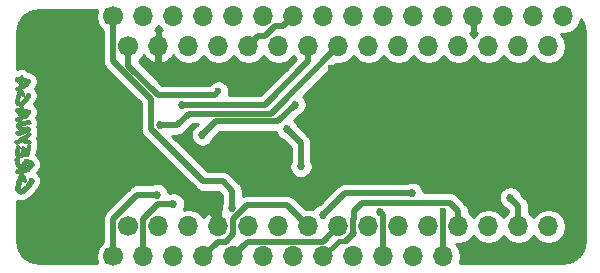
<source format=gbr>
G04 #@! TF.GenerationSoftware,KiCad,Pcbnew,5.1.5-52549c5~84~ubuntu18.04.1*
G04 #@! TF.CreationDate,2020-01-18T20:00:26-07:00*
G04 #@! TF.ProjectId,FeatherWing_KC5,46656174-6865-4725-9769-6e675f4b4335,rev?*
G04 #@! TF.SameCoordinates,Original*
G04 #@! TF.FileFunction,Copper,L2,Bot*
G04 #@! TF.FilePolarity,Positive*
%FSLAX46Y46*%
G04 Gerber Fmt 4.6, Leading zero omitted, Abs format (unit mm)*
G04 Created by KiCad (PCBNEW 5.1.5-52549c5~84~ubuntu18.04.1) date 2020-01-18 20:00:26*
%MOMM*%
%LPD*%
G04 APERTURE LIST*
%ADD10C,0.010000*%
%ADD11C,1.700000*%
%ADD12O,1.700000X1.700000*%
%ADD13C,0.600000*%
%ADD14C,0.685800*%
%ADD15C,0.500000*%
%ADD16C,0.400000*%
%ADD17C,0.254000*%
G04 APERTURE END LIST*
D10*
G36*
X115775029Y-93714146D02*
G01*
X115721913Y-93630808D01*
X115642364Y-93548142D01*
X115543729Y-93471504D01*
X115433355Y-93406250D01*
X115318588Y-93357737D01*
X115206774Y-93331324D01*
X115157047Y-93328066D01*
X115092198Y-93330885D01*
X115046084Y-93344434D01*
X115001859Y-93376356D01*
X114958730Y-93418025D01*
X114907638Y-93477014D01*
X114865318Y-93545712D01*
X114825010Y-93636311D01*
X114798988Y-93706235D01*
X114766429Y-93795748D01*
X114743671Y-93850721D01*
X114727161Y-93876790D01*
X114713345Y-93879587D01*
X114698850Y-93864985D01*
X114639595Y-93767500D01*
X114593396Y-93647356D01*
X114556707Y-93495199D01*
X114554690Y-93484631D01*
X114536758Y-93396166D01*
X114519169Y-93320703D01*
X114504785Y-93270132D01*
X114500439Y-93259275D01*
X114493783Y-93234916D01*
X114513004Y-93224360D01*
X114559684Y-93222233D01*
X114624810Y-93211230D01*
X114715407Y-93180451D01*
X114812613Y-93137566D01*
X114908182Y-93092655D01*
X114974025Y-93065962D01*
X115017648Y-93055562D01*
X115046558Y-93059528D01*
X115065176Y-93072761D01*
X115096460Y-93086732D01*
X115154247Y-93100561D01*
X115194316Y-93106960D01*
X115260105Y-93113556D01*
X115298347Y-93108817D01*
X115323105Y-93089189D01*
X115335770Y-93071224D01*
X115358609Y-93020912D01*
X115385622Y-92937852D01*
X115414582Y-92831141D01*
X115443263Y-92709878D01*
X115469439Y-92583162D01*
X115490883Y-92460091D01*
X115498883Y-92404669D01*
X115510439Y-92313201D01*
X115515199Y-92253702D01*
X115512353Y-92216236D01*
X115501094Y-92190863D01*
X115480613Y-92167648D01*
X115479512Y-92166544D01*
X115447280Y-92127872D01*
X115434534Y-92100400D01*
X115416176Y-92085398D01*
X115372570Y-92079233D01*
X115305688Y-92099246D01*
X115252475Y-92158949D01*
X115213303Y-92257844D01*
X115201690Y-92308061D01*
X115182297Y-92396220D01*
X115159496Y-92485346D01*
X115148301Y-92523733D01*
X115127289Y-92595492D01*
X115110472Y-92660548D01*
X115106809Y-92677191D01*
X115086518Y-92722065D01*
X115060794Y-92735400D01*
X115043501Y-92730211D01*
X115035050Y-92708962D01*
X115034330Y-92663127D01*
X115040233Y-92584180D01*
X115040591Y-92580205D01*
X115054655Y-92425010D01*
X114981432Y-92347372D01*
X114932850Y-92302339D01*
X114890860Y-92274323D01*
X114875467Y-92269733D01*
X114848225Y-92286869D01*
X114810848Y-92331336D01*
X114778994Y-92380858D01*
X114745131Y-92445530D01*
X114725796Y-92502810D01*
X114717078Y-92569558D01*
X114715066Y-92656336D01*
X114714256Y-92739316D01*
X114709611Y-92791016D01*
X114697434Y-92822489D01*
X114674028Y-92844787D01*
X114646075Y-92862632D01*
X114597577Y-92889888D01*
X114564915Y-92904081D01*
X114561409Y-92904654D01*
X114550533Y-92885202D01*
X114546060Y-92832207D01*
X114547670Y-92753920D01*
X114555040Y-92658594D01*
X114567849Y-92554481D01*
X114577384Y-92494804D01*
X114609234Y-92312162D01*
X114531733Y-92239062D01*
X114477818Y-92194604D01*
X114435391Y-92181999D01*
X114392351Y-92202165D01*
X114338748Y-92253716D01*
X114303144Y-92313837D01*
X114271298Y-92411888D01*
X114244242Y-92543556D01*
X114223009Y-92704525D01*
X114217820Y-92759131D01*
X114214899Y-92916069D01*
X114236570Y-93039085D01*
X114282980Y-93128820D01*
X114308646Y-93155662D01*
X114343857Y-93187919D01*
X114348176Y-93199253D01*
X114323199Y-93195881D01*
X114318735Y-93194880D01*
X114261831Y-93203223D01*
X114218193Y-93233982D01*
X114177454Y-93300522D01*
X114165523Y-93397635D01*
X114182393Y-93524882D01*
X114226485Y-93677316D01*
X114296853Y-93859428D01*
X114369508Y-94007994D01*
X114439700Y-94114780D01*
X114439700Y-93222233D01*
X114422278Y-93214489D01*
X114425589Y-93208122D01*
X114450709Y-93205589D01*
X114453812Y-93208122D01*
X114450906Y-93220706D01*
X114439700Y-93222233D01*
X114439700Y-94114780D01*
X114442401Y-94118890D01*
X114450993Y-94129382D01*
X114484998Y-94171440D01*
X114492812Y-94190524D01*
X114475923Y-94195697D01*
X114461906Y-94195900D01*
X114414982Y-94205338D01*
X114353251Y-94228869D01*
X114334812Y-94237751D01*
X114267115Y-94289810D01*
X114234496Y-94354813D01*
X114239700Y-94425045D01*
X114256303Y-94458142D01*
X114305383Y-94500659D01*
X114382317Y-94532447D01*
X114473171Y-94549544D01*
X114564008Y-94547986D01*
X114569403Y-94547173D01*
X114656980Y-94533169D01*
X114591069Y-94608237D01*
X114550821Y-94656705D01*
X114518130Y-94704479D01*
X114489644Y-94759356D01*
X114462014Y-94829135D01*
X114431888Y-94921615D01*
X114395914Y-95044595D01*
X114381246Y-95096557D01*
X114316998Y-95342542D01*
X114271998Y-95554004D01*
X114246329Y-95730285D01*
X114240069Y-95870729D01*
X114253300Y-95974677D01*
X114269006Y-96016233D01*
X114348048Y-96123441D01*
X114457048Y-96204296D01*
X114590738Y-96255926D01*
X114743850Y-96275456D01*
X114744255Y-96275462D01*
X114849460Y-96258214D01*
X114967380Y-96206064D01*
X115093596Y-96122826D01*
X115223693Y-96012310D01*
X115353252Y-95878329D01*
X115477856Y-95724693D01*
X115593089Y-95555214D01*
X115608849Y-95529400D01*
X115659790Y-95446117D01*
X115706896Y-95371518D01*
X115743186Y-95316552D01*
X115755740Y-95299004D01*
X115780916Y-95252107D01*
X115793308Y-95201877D01*
X115791108Y-95162594D01*
X115774786Y-95148400D01*
X115753995Y-95131429D01*
X115723131Y-95088268D01*
X115705759Y-95058762D01*
X115668388Y-95000878D01*
X115629262Y-94970563D01*
X115572459Y-94955495D01*
X115572289Y-94955467D01*
X115513311Y-94948744D01*
X115471529Y-94949063D01*
X115465747Y-94950452D01*
X115446696Y-94972280D01*
X115415343Y-95023028D01*
X115377333Y-95093277D01*
X115362608Y-95122538D01*
X115310492Y-95221912D01*
X115249820Y-95328399D01*
X115193299Y-95419735D01*
X115190769Y-95423566D01*
X115125019Y-95511062D01*
X115036901Y-95612406D01*
X114937236Y-95716468D01*
X114836847Y-95812120D01*
X114746553Y-95888232D01*
X114720071Y-95907685D01*
X114674741Y-95936531D01*
X114651208Y-95940731D01*
X114638337Y-95922238D01*
X114638259Y-95922037D01*
X114631552Y-95872500D01*
X114634177Y-95790326D01*
X114645250Y-95683962D01*
X114663889Y-95561854D01*
X114683117Y-95463591D01*
X114683117Y-94534566D01*
X114672534Y-94523983D01*
X114683117Y-94513400D01*
X114693700Y-94523983D01*
X114683117Y-94534566D01*
X114683117Y-95463591D01*
X114689211Y-95432448D01*
X114689625Y-95430550D01*
X114714191Y-95320692D01*
X114733812Y-95246976D01*
X114752382Y-95204142D01*
X114773791Y-95186929D01*
X114801933Y-95190080D01*
X114840701Y-95208334D01*
X114850296Y-95213454D01*
X114906350Y-95237975D01*
X114949917Y-95247476D01*
X114959334Y-95246176D01*
X114988902Y-95249895D01*
X114995227Y-95259230D01*
X115016117Y-95275272D01*
X115052231Y-95258910D01*
X115097343Y-95214239D01*
X115129024Y-95171237D01*
X115185331Y-95086152D01*
X115103557Y-94925339D01*
X115047467Y-94827264D01*
X114978253Y-94723252D01*
X114910668Y-94635439D01*
X114909151Y-94633671D01*
X114854407Y-94567965D01*
X114825843Y-94527017D01*
X114820337Y-94505034D01*
X114834767Y-94496222D01*
X114835068Y-94496169D01*
X114892180Y-94485185D01*
X114971526Y-94468459D01*
X115063510Y-94448194D01*
X115101602Y-94439535D01*
X115101602Y-94024279D01*
X115080291Y-94020855D01*
X115081233Y-93984896D01*
X115102390Y-93914068D01*
X115129183Y-93839669D01*
X115164364Y-93755805D01*
X115196410Y-93710947D01*
X115230915Y-93702678D01*
X115273474Y-93728578D01*
X115307935Y-93762410D01*
X115333774Y-93794443D01*
X115339791Y-93822241D01*
X115322204Y-93853491D01*
X115277228Y-93895879D01*
X115219119Y-93942868D01*
X115147199Y-93997505D01*
X115101602Y-94024279D01*
X115101602Y-94439535D01*
X115158540Y-94426591D01*
X115247021Y-94405851D01*
X115319360Y-94388175D01*
X115365962Y-94375765D01*
X115377803Y-94371633D01*
X115388352Y-94344727D01*
X115387349Y-94299443D01*
X115385716Y-94265024D01*
X115395613Y-94233852D01*
X115422428Y-94199556D01*
X115471551Y-94155766D01*
X115548369Y-94096110D01*
X115578343Y-94073627D01*
X115681571Y-93985809D01*
X115753282Y-93901353D01*
X115790089Y-93824666D01*
X115794367Y-93792797D01*
X115775029Y-93714146D01*
G37*
X115775029Y-93714146D02*
X115721913Y-93630808D01*
X115642364Y-93548142D01*
X115543729Y-93471504D01*
X115433355Y-93406250D01*
X115318588Y-93357737D01*
X115206774Y-93331324D01*
X115157047Y-93328066D01*
X115092198Y-93330885D01*
X115046084Y-93344434D01*
X115001859Y-93376356D01*
X114958730Y-93418025D01*
X114907638Y-93477014D01*
X114865318Y-93545712D01*
X114825010Y-93636311D01*
X114798988Y-93706235D01*
X114766429Y-93795748D01*
X114743671Y-93850721D01*
X114727161Y-93876790D01*
X114713345Y-93879587D01*
X114698850Y-93864985D01*
X114639595Y-93767500D01*
X114593396Y-93647356D01*
X114556707Y-93495199D01*
X114554690Y-93484631D01*
X114536758Y-93396166D01*
X114519169Y-93320703D01*
X114504785Y-93270132D01*
X114500439Y-93259275D01*
X114493783Y-93234916D01*
X114513004Y-93224360D01*
X114559684Y-93222233D01*
X114624810Y-93211230D01*
X114715407Y-93180451D01*
X114812613Y-93137566D01*
X114908182Y-93092655D01*
X114974025Y-93065962D01*
X115017648Y-93055562D01*
X115046558Y-93059528D01*
X115065176Y-93072761D01*
X115096460Y-93086732D01*
X115154247Y-93100561D01*
X115194316Y-93106960D01*
X115260105Y-93113556D01*
X115298347Y-93108817D01*
X115323105Y-93089189D01*
X115335770Y-93071224D01*
X115358609Y-93020912D01*
X115385622Y-92937852D01*
X115414582Y-92831141D01*
X115443263Y-92709878D01*
X115469439Y-92583162D01*
X115490883Y-92460091D01*
X115498883Y-92404669D01*
X115510439Y-92313201D01*
X115515199Y-92253702D01*
X115512353Y-92216236D01*
X115501094Y-92190863D01*
X115480613Y-92167648D01*
X115479512Y-92166544D01*
X115447280Y-92127872D01*
X115434534Y-92100400D01*
X115416176Y-92085398D01*
X115372570Y-92079233D01*
X115305688Y-92099246D01*
X115252475Y-92158949D01*
X115213303Y-92257844D01*
X115201690Y-92308061D01*
X115182297Y-92396220D01*
X115159496Y-92485346D01*
X115148301Y-92523733D01*
X115127289Y-92595492D01*
X115110472Y-92660548D01*
X115106809Y-92677191D01*
X115086518Y-92722065D01*
X115060794Y-92735400D01*
X115043501Y-92730211D01*
X115035050Y-92708962D01*
X115034330Y-92663127D01*
X115040233Y-92584180D01*
X115040591Y-92580205D01*
X115054655Y-92425010D01*
X114981432Y-92347372D01*
X114932850Y-92302339D01*
X114890860Y-92274323D01*
X114875467Y-92269733D01*
X114848225Y-92286869D01*
X114810848Y-92331336D01*
X114778994Y-92380858D01*
X114745131Y-92445530D01*
X114725796Y-92502810D01*
X114717078Y-92569558D01*
X114715066Y-92656336D01*
X114714256Y-92739316D01*
X114709611Y-92791016D01*
X114697434Y-92822489D01*
X114674028Y-92844787D01*
X114646075Y-92862632D01*
X114597577Y-92889888D01*
X114564915Y-92904081D01*
X114561409Y-92904654D01*
X114550533Y-92885202D01*
X114546060Y-92832207D01*
X114547670Y-92753920D01*
X114555040Y-92658594D01*
X114567849Y-92554481D01*
X114577384Y-92494804D01*
X114609234Y-92312162D01*
X114531733Y-92239062D01*
X114477818Y-92194604D01*
X114435391Y-92181999D01*
X114392351Y-92202165D01*
X114338748Y-92253716D01*
X114303144Y-92313837D01*
X114271298Y-92411888D01*
X114244242Y-92543556D01*
X114223009Y-92704525D01*
X114217820Y-92759131D01*
X114214899Y-92916069D01*
X114236570Y-93039085D01*
X114282980Y-93128820D01*
X114308646Y-93155662D01*
X114343857Y-93187919D01*
X114348176Y-93199253D01*
X114323199Y-93195881D01*
X114318735Y-93194880D01*
X114261831Y-93203223D01*
X114218193Y-93233982D01*
X114177454Y-93300522D01*
X114165523Y-93397635D01*
X114182393Y-93524882D01*
X114226485Y-93677316D01*
X114296853Y-93859428D01*
X114369508Y-94007994D01*
X114439700Y-94114780D01*
X114439700Y-93222233D01*
X114422278Y-93214489D01*
X114425589Y-93208122D01*
X114450709Y-93205589D01*
X114453812Y-93208122D01*
X114450906Y-93220706D01*
X114439700Y-93222233D01*
X114439700Y-94114780D01*
X114442401Y-94118890D01*
X114450993Y-94129382D01*
X114484998Y-94171440D01*
X114492812Y-94190524D01*
X114475923Y-94195697D01*
X114461906Y-94195900D01*
X114414982Y-94205338D01*
X114353251Y-94228869D01*
X114334812Y-94237751D01*
X114267115Y-94289810D01*
X114234496Y-94354813D01*
X114239700Y-94425045D01*
X114256303Y-94458142D01*
X114305383Y-94500659D01*
X114382317Y-94532447D01*
X114473171Y-94549544D01*
X114564008Y-94547986D01*
X114569403Y-94547173D01*
X114656980Y-94533169D01*
X114591069Y-94608237D01*
X114550821Y-94656705D01*
X114518130Y-94704479D01*
X114489644Y-94759356D01*
X114462014Y-94829135D01*
X114431888Y-94921615D01*
X114395914Y-95044595D01*
X114381246Y-95096557D01*
X114316998Y-95342542D01*
X114271998Y-95554004D01*
X114246329Y-95730285D01*
X114240069Y-95870729D01*
X114253300Y-95974677D01*
X114269006Y-96016233D01*
X114348048Y-96123441D01*
X114457048Y-96204296D01*
X114590738Y-96255926D01*
X114743850Y-96275456D01*
X114744255Y-96275462D01*
X114849460Y-96258214D01*
X114967380Y-96206064D01*
X115093596Y-96122826D01*
X115223693Y-96012310D01*
X115353252Y-95878329D01*
X115477856Y-95724693D01*
X115593089Y-95555214D01*
X115608849Y-95529400D01*
X115659790Y-95446117D01*
X115706896Y-95371518D01*
X115743186Y-95316552D01*
X115755740Y-95299004D01*
X115780916Y-95252107D01*
X115793308Y-95201877D01*
X115791108Y-95162594D01*
X115774786Y-95148400D01*
X115753995Y-95131429D01*
X115723131Y-95088268D01*
X115705759Y-95058762D01*
X115668388Y-95000878D01*
X115629262Y-94970563D01*
X115572459Y-94955495D01*
X115572289Y-94955467D01*
X115513311Y-94948744D01*
X115471529Y-94949063D01*
X115465747Y-94950452D01*
X115446696Y-94972280D01*
X115415343Y-95023028D01*
X115377333Y-95093277D01*
X115362608Y-95122538D01*
X115310492Y-95221912D01*
X115249820Y-95328399D01*
X115193299Y-95419735D01*
X115190769Y-95423566D01*
X115125019Y-95511062D01*
X115036901Y-95612406D01*
X114937236Y-95716468D01*
X114836847Y-95812120D01*
X114746553Y-95888232D01*
X114720071Y-95907685D01*
X114674741Y-95936531D01*
X114651208Y-95940731D01*
X114638337Y-95922238D01*
X114638259Y-95922037D01*
X114631552Y-95872500D01*
X114634177Y-95790326D01*
X114645250Y-95683962D01*
X114663889Y-95561854D01*
X114683117Y-95463591D01*
X114683117Y-94534566D01*
X114672534Y-94523983D01*
X114683117Y-94513400D01*
X114693700Y-94523983D01*
X114683117Y-94534566D01*
X114683117Y-95463591D01*
X114689211Y-95432448D01*
X114689625Y-95430550D01*
X114714191Y-95320692D01*
X114733812Y-95246976D01*
X114752382Y-95204142D01*
X114773791Y-95186929D01*
X114801933Y-95190080D01*
X114840701Y-95208334D01*
X114850296Y-95213454D01*
X114906350Y-95237975D01*
X114949917Y-95247476D01*
X114959334Y-95246176D01*
X114988902Y-95249895D01*
X114995227Y-95259230D01*
X115016117Y-95275272D01*
X115052231Y-95258910D01*
X115097343Y-95214239D01*
X115129024Y-95171237D01*
X115185331Y-95086152D01*
X115103557Y-94925339D01*
X115047467Y-94827264D01*
X114978253Y-94723252D01*
X114910668Y-94635439D01*
X114909151Y-94633671D01*
X114854407Y-94567965D01*
X114825843Y-94527017D01*
X114820337Y-94505034D01*
X114834767Y-94496222D01*
X114835068Y-94496169D01*
X114892180Y-94485185D01*
X114971526Y-94468459D01*
X115063510Y-94448194D01*
X115101602Y-94439535D01*
X115101602Y-94024279D01*
X115080291Y-94020855D01*
X115081233Y-93984896D01*
X115102390Y-93914068D01*
X115129183Y-93839669D01*
X115164364Y-93755805D01*
X115196410Y-93710947D01*
X115230915Y-93702678D01*
X115273474Y-93728578D01*
X115307935Y-93762410D01*
X115333774Y-93794443D01*
X115339791Y-93822241D01*
X115322204Y-93853491D01*
X115277228Y-93895879D01*
X115219119Y-93942868D01*
X115147199Y-93997505D01*
X115101602Y-94024279D01*
X115101602Y-94439535D01*
X115158540Y-94426591D01*
X115247021Y-94405851D01*
X115319360Y-94388175D01*
X115365962Y-94375765D01*
X115377803Y-94371633D01*
X115388352Y-94344727D01*
X115387349Y-94299443D01*
X115385716Y-94265024D01*
X115395613Y-94233852D01*
X115422428Y-94199556D01*
X115471551Y-94155766D01*
X115548369Y-94096110D01*
X115578343Y-94073627D01*
X115681571Y-93985809D01*
X115753282Y-93901353D01*
X115790089Y-93824666D01*
X115794367Y-93792797D01*
X115775029Y-93714146D01*
G36*
X115526790Y-91192927D02*
G01*
X115492264Y-91142111D01*
X115468750Y-91114414D01*
X115423513Y-91071281D01*
X115382044Y-91051022D01*
X115337436Y-91055506D01*
X115282780Y-91086601D01*
X115211170Y-91146176D01*
X115153794Y-91199596D01*
X115046272Y-91289948D01*
X114900847Y-91392970D01*
X114719570Y-91507339D01*
X114504492Y-91631733D01*
X114365617Y-91707659D01*
X114260432Y-91769068D01*
X114193587Y-91819673D01*
X114166026Y-91858728D01*
X114165362Y-91866320D01*
X114173601Y-91892049D01*
X114192480Y-91938472D01*
X114194081Y-91942163D01*
X114238461Y-92001378D01*
X114304123Y-92044110D01*
X114364465Y-92058066D01*
X114394309Y-92048833D01*
X114452298Y-92023899D01*
X114529186Y-91987417D01*
X114591010Y-91956353D01*
X114788950Y-91854640D01*
X114858516Y-91901848D01*
X114916905Y-91933331D01*
X114995623Y-91960520D01*
X115101144Y-91985101D01*
X115239941Y-92008761D01*
X115305383Y-92018227D01*
X115387277Y-92028509D01*
X115438806Y-92030554D01*
X115471330Y-92023283D01*
X115496207Y-92005614D01*
X115502527Y-91999481D01*
X115525470Y-91973686D01*
X115531487Y-91949420D01*
X115519924Y-91912802D01*
X115496035Y-91862117D01*
X115463394Y-91803170D01*
X115426904Y-91762571D01*
X115376357Y-91734003D01*
X115301549Y-91711152D01*
X115224771Y-91694248D01*
X115089092Y-91666483D01*
X115195690Y-91591941D01*
X115319049Y-91499247D01*
X115418821Y-91411090D01*
X115491166Y-91331512D01*
X115532246Y-91264555D01*
X115540367Y-91229035D01*
X115526790Y-91192927D01*
G37*
X115526790Y-91192927D02*
X115492264Y-91142111D01*
X115468750Y-91114414D01*
X115423513Y-91071281D01*
X115382044Y-91051022D01*
X115337436Y-91055506D01*
X115282780Y-91086601D01*
X115211170Y-91146176D01*
X115153794Y-91199596D01*
X115046272Y-91289948D01*
X114900847Y-91392970D01*
X114719570Y-91507339D01*
X114504492Y-91631733D01*
X114365617Y-91707659D01*
X114260432Y-91769068D01*
X114193587Y-91819673D01*
X114166026Y-91858728D01*
X114165362Y-91866320D01*
X114173601Y-91892049D01*
X114192480Y-91938472D01*
X114194081Y-91942163D01*
X114238461Y-92001378D01*
X114304123Y-92044110D01*
X114364465Y-92058066D01*
X114394309Y-92048833D01*
X114452298Y-92023899D01*
X114529186Y-91987417D01*
X114591010Y-91956353D01*
X114788950Y-91854640D01*
X114858516Y-91901848D01*
X114916905Y-91933331D01*
X114995623Y-91960520D01*
X115101144Y-91985101D01*
X115239941Y-92008761D01*
X115305383Y-92018227D01*
X115387277Y-92028509D01*
X115438806Y-92030554D01*
X115471330Y-92023283D01*
X115496207Y-92005614D01*
X115502527Y-91999481D01*
X115525470Y-91973686D01*
X115531487Y-91949420D01*
X115519924Y-91912802D01*
X115496035Y-91862117D01*
X115463394Y-91803170D01*
X115426904Y-91762571D01*
X115376357Y-91734003D01*
X115301549Y-91711152D01*
X115224771Y-91694248D01*
X115089092Y-91666483D01*
X115195690Y-91591941D01*
X115319049Y-91499247D01*
X115418821Y-91411090D01*
X115491166Y-91331512D01*
X115532246Y-91264555D01*
X115540367Y-91229035D01*
X115526790Y-91192927D01*
G36*
X115507063Y-87924240D02*
G01*
X115476852Y-87870053D01*
X115437867Y-87816136D01*
X115399409Y-87775477D01*
X115372566Y-87760944D01*
X115324702Y-87755288D01*
X115294094Y-87748529D01*
X115271672Y-87747519D01*
X115249156Y-87761290D01*
X115221763Y-87795750D01*
X115184711Y-87856809D01*
X115138208Y-87941136D01*
X115001767Y-88163940D01*
X114853671Y-88348304D01*
X114697510Y-88492488D01*
X114577284Y-88587035D01*
X114566700Y-88465176D01*
X114563018Y-88397660D01*
X114564439Y-88349045D01*
X114568872Y-88332733D01*
X114578771Y-88307294D01*
X114589938Y-88254061D01*
X114595669Y-88216316D01*
X114610220Y-88131058D01*
X114629717Y-88045237D01*
X114636426Y-88021130D01*
X114663141Y-87931776D01*
X114723174Y-87962921D01*
X114773844Y-87984980D01*
X114810773Y-87994066D01*
X114841702Y-88009630D01*
X114846407Y-88018268D01*
X114866695Y-88031909D01*
X114901453Y-88016581D01*
X114941744Y-87978590D01*
X114978032Y-87925366D01*
X115016601Y-87853747D01*
X114929465Y-87694980D01*
X114882363Y-87614669D01*
X114835203Y-87543366D01*
X114796553Y-87493818D01*
X114789181Y-87486283D01*
X114753218Y-87446353D01*
X114736480Y-87415645D01*
X114736321Y-87413585D01*
X114754643Y-87396046D01*
X114799534Y-87369558D01*
X114799534Y-86997805D01*
X114799534Y-86915584D01*
X114802518Y-86853772D01*
X114809868Y-86807260D01*
X114811573Y-86801989D01*
X114833966Y-86784732D01*
X114883623Y-86786170D01*
X114964733Y-86806718D01*
X115011062Y-86821784D01*
X115021333Y-86838598D01*
X114994685Y-86870161D01*
X114930361Y-86917188D01*
X114868325Y-86956182D01*
X114799534Y-86997805D01*
X114799534Y-87369558D01*
X114803784Y-87367050D01*
X114875402Y-87331208D01*
X114930682Y-87306150D01*
X115072067Y-87241772D01*
X115176703Y-87187440D01*
X115248278Y-87140658D01*
X115290476Y-87098931D01*
X115306983Y-87059762D01*
X115307534Y-87050988D01*
X115326146Y-86992918D01*
X115378007Y-86926261D01*
X115457152Y-86858377D01*
X115472250Y-86847685D01*
X115500339Y-86824941D01*
X115510376Y-86799410D01*
X115504625Y-86756818D01*
X115493544Y-86713413D01*
X115464583Y-86636531D01*
X115421022Y-86587730D01*
X115352693Y-86558804D01*
X115286367Y-86546226D01*
X115215745Y-86534550D01*
X115124369Y-86517249D01*
X115037659Y-86499269D01*
X114955879Y-86479348D01*
X114908336Y-86461392D01*
X114887309Y-86441758D01*
X114884200Y-86426818D01*
X114873448Y-86381230D01*
X114846939Y-86325906D01*
X114813298Y-86274902D01*
X114781148Y-86242272D01*
X114767886Y-86237233D01*
X114738420Y-86252048D01*
X114695741Y-86289487D01*
X114675621Y-86311034D01*
X114631764Y-86356301D01*
X114594441Y-86375339D01*
X114544640Y-86375678D01*
X114519970Y-86372669D01*
X114421649Y-86379683D01*
X114332399Y-86425252D01*
X114258521Y-86505690D01*
X114240080Y-86536470D01*
X114214915Y-86591043D01*
X114211873Y-86632863D01*
X114227230Y-86679794D01*
X114253513Y-86723907D01*
X114279754Y-86737820D01*
X114281987Y-86737181D01*
X114314729Y-86743456D01*
X114345742Y-86767827D01*
X114384630Y-86802326D01*
X114412894Y-86799571D01*
X114440577Y-86757795D01*
X114444122Y-86750525D01*
X114474874Y-86706669D01*
X114504856Y-86691882D01*
X114524305Y-86706802D01*
X114524914Y-86745233D01*
X114519285Y-86795529D01*
X114515404Y-86869090D01*
X114514331Y-86924400D01*
X114516236Y-86997771D01*
X114525060Y-87040628D01*
X114544267Y-87064646D01*
X114558395Y-87073016D01*
X114585178Y-87095354D01*
X114576526Y-87119589D01*
X114530442Y-87147483D01*
X114444931Y-87180800D01*
X114430950Y-87185575D01*
X114358258Y-87214172D01*
X114296929Y-87245314D01*
X114270375Y-87263809D01*
X114236452Y-87317216D01*
X114229833Y-87380809D01*
X114246951Y-87442040D01*
X114284239Y-87488360D01*
X114338130Y-87507222D01*
X114339576Y-87507233D01*
X114377183Y-87518865D01*
X114386819Y-87528457D01*
X114415040Y-87538153D01*
X114438880Y-87528839D01*
X114462252Y-87518106D01*
X114466585Y-87526347D01*
X114451990Y-87561348D01*
X114439718Y-87586990D01*
X114417349Y-87643342D01*
X114388285Y-87730795D01*
X114355433Y-87839220D01*
X114321698Y-87958485D01*
X114289984Y-88078463D01*
X114263198Y-88189023D01*
X114251158Y-88244390D01*
X114228123Y-88415148D01*
X114235508Y-88556847D01*
X114273845Y-88670407D01*
X114343667Y-88756749D01*
X114445505Y-88816795D01*
X114579893Y-88851465D01*
X114603879Y-88854652D01*
X114709430Y-88867153D01*
X114665520Y-88933318D01*
X114632966Y-88975012D01*
X114598222Y-88992297D01*
X114543160Y-88993010D01*
X114529771Y-88991990D01*
X114455571Y-88993363D01*
X114387257Y-89006191D01*
X114374767Y-89010660D01*
X114302949Y-89057964D01*
X114249985Y-89126297D01*
X114221669Y-89203850D01*
X114223798Y-89278815D01*
X114232236Y-89301108D01*
X114263177Y-89337685D01*
X114291488Y-89348733D01*
X114332088Y-89363488D01*
X114365165Y-89390567D01*
X114404599Y-89419720D01*
X114431062Y-89410277D01*
X114439700Y-89369395D01*
X114453332Y-89334721D01*
X114484034Y-89305064D01*
X114516518Y-89292618D01*
X114529699Y-89297621D01*
X114532407Y-89323297D01*
X114525382Y-89373148D01*
X114522404Y-89386835D01*
X114504138Y-89503344D01*
X114507065Y-89598438D01*
X114530626Y-89665606D01*
X114548074Y-89685200D01*
X114592947Y-89721536D01*
X114539455Y-89756585D01*
X114485070Y-89783716D01*
X114413628Y-89809252D01*
X114389692Y-89815875D01*
X114302481Y-89853221D01*
X114248394Y-89910855D01*
X114230933Y-89984687D01*
X114232037Y-90000146D01*
X114255437Y-90052453D01*
X114304109Y-90100556D01*
X114363622Y-90134058D01*
X114419543Y-90142566D01*
X114427392Y-90140855D01*
X114446405Y-90134359D01*
X114476479Y-90122285D01*
X114521547Y-90102863D01*
X114585538Y-90074321D01*
X114672384Y-90034890D01*
X114786015Y-89982799D01*
X114799534Y-89976569D01*
X114799534Y-89605442D01*
X114799534Y-89510087D01*
X114803630Y-89450010D01*
X114813963Y-89409683D01*
X114819615Y-89402321D01*
X114850589Y-89399760D01*
X114906084Y-89407472D01*
X114936851Y-89414374D01*
X114994065Y-89430460D01*
X115016781Y-89444315D01*
X115011947Y-89462332D01*
X115001939Y-89474272D01*
X114963831Y-89506443D01*
X114906661Y-89544696D01*
X114884703Y-89557574D01*
X114799534Y-89605442D01*
X114799534Y-89976569D01*
X114930362Y-89916277D01*
X115099094Y-89838300D01*
X115196451Y-89789846D01*
X115259508Y-89748730D01*
X115294358Y-89709618D01*
X115307092Y-89667175D01*
X115307534Y-89655779D01*
X115326863Y-89605350D01*
X115385016Y-89539262D01*
X115413315Y-89513481D01*
X115519096Y-89420947D01*
X115482106Y-89305465D01*
X115459655Y-89240088D01*
X115437854Y-89203736D01*
X115404633Y-89185059D01*
X115347920Y-89172704D01*
X115339284Y-89171165D01*
X115191367Y-89144401D01*
X115079999Y-89122752D01*
X114999936Y-89104598D01*
X114945932Y-89088317D01*
X114912744Y-89072289D01*
X114895126Y-89054892D01*
X114887834Y-89034506D01*
X114887363Y-89031493D01*
X114869521Y-88975945D01*
X114839738Y-88922410D01*
X114809360Y-88873502D01*
X114805741Y-88838823D01*
X114832670Y-88807402D01*
X114892729Y-88768973D01*
X114948543Y-88728819D01*
X115020111Y-88666930D01*
X115095702Y-88593764D01*
X115130854Y-88556746D01*
X115192339Y-88484554D01*
X115259925Y-88396509D01*
X115328655Y-88300155D01*
X115393573Y-88203034D01*
X115449722Y-88112693D01*
X115492144Y-88036673D01*
X115515884Y-87982520D01*
X115519200Y-87965709D01*
X115507063Y-87924240D01*
G37*
X115507063Y-87924240D02*
X115476852Y-87870053D01*
X115437867Y-87816136D01*
X115399409Y-87775477D01*
X115372566Y-87760944D01*
X115324702Y-87755288D01*
X115294094Y-87748529D01*
X115271672Y-87747519D01*
X115249156Y-87761290D01*
X115221763Y-87795750D01*
X115184711Y-87856809D01*
X115138208Y-87941136D01*
X115001767Y-88163940D01*
X114853671Y-88348304D01*
X114697510Y-88492488D01*
X114577284Y-88587035D01*
X114566700Y-88465176D01*
X114563018Y-88397660D01*
X114564439Y-88349045D01*
X114568872Y-88332733D01*
X114578771Y-88307294D01*
X114589938Y-88254061D01*
X114595669Y-88216316D01*
X114610220Y-88131058D01*
X114629717Y-88045237D01*
X114636426Y-88021130D01*
X114663141Y-87931776D01*
X114723174Y-87962921D01*
X114773844Y-87984980D01*
X114810773Y-87994066D01*
X114841702Y-88009630D01*
X114846407Y-88018268D01*
X114866695Y-88031909D01*
X114901453Y-88016581D01*
X114941744Y-87978590D01*
X114978032Y-87925366D01*
X115016601Y-87853747D01*
X114929465Y-87694980D01*
X114882363Y-87614669D01*
X114835203Y-87543366D01*
X114796553Y-87493818D01*
X114789181Y-87486283D01*
X114753218Y-87446353D01*
X114736480Y-87415645D01*
X114736321Y-87413585D01*
X114754643Y-87396046D01*
X114799534Y-87369558D01*
X114799534Y-86997805D01*
X114799534Y-86915584D01*
X114802518Y-86853772D01*
X114809868Y-86807260D01*
X114811573Y-86801989D01*
X114833966Y-86784732D01*
X114883623Y-86786170D01*
X114964733Y-86806718D01*
X115011062Y-86821784D01*
X115021333Y-86838598D01*
X114994685Y-86870161D01*
X114930361Y-86917188D01*
X114868325Y-86956182D01*
X114799534Y-86997805D01*
X114799534Y-87369558D01*
X114803784Y-87367050D01*
X114875402Y-87331208D01*
X114930682Y-87306150D01*
X115072067Y-87241772D01*
X115176703Y-87187440D01*
X115248278Y-87140658D01*
X115290476Y-87098931D01*
X115306983Y-87059762D01*
X115307534Y-87050988D01*
X115326146Y-86992918D01*
X115378007Y-86926261D01*
X115457152Y-86858377D01*
X115472250Y-86847685D01*
X115500339Y-86824941D01*
X115510376Y-86799410D01*
X115504625Y-86756818D01*
X115493544Y-86713413D01*
X115464583Y-86636531D01*
X115421022Y-86587730D01*
X115352693Y-86558804D01*
X115286367Y-86546226D01*
X115215745Y-86534550D01*
X115124369Y-86517249D01*
X115037659Y-86499269D01*
X114955879Y-86479348D01*
X114908336Y-86461392D01*
X114887309Y-86441758D01*
X114884200Y-86426818D01*
X114873448Y-86381230D01*
X114846939Y-86325906D01*
X114813298Y-86274902D01*
X114781148Y-86242272D01*
X114767886Y-86237233D01*
X114738420Y-86252048D01*
X114695741Y-86289487D01*
X114675621Y-86311034D01*
X114631764Y-86356301D01*
X114594441Y-86375339D01*
X114544640Y-86375678D01*
X114519970Y-86372669D01*
X114421649Y-86379683D01*
X114332399Y-86425252D01*
X114258521Y-86505690D01*
X114240080Y-86536470D01*
X114214915Y-86591043D01*
X114211873Y-86632863D01*
X114227230Y-86679794D01*
X114253513Y-86723907D01*
X114279754Y-86737820D01*
X114281987Y-86737181D01*
X114314729Y-86743456D01*
X114345742Y-86767827D01*
X114384630Y-86802326D01*
X114412894Y-86799571D01*
X114440577Y-86757795D01*
X114444122Y-86750525D01*
X114474874Y-86706669D01*
X114504856Y-86691882D01*
X114524305Y-86706802D01*
X114524914Y-86745233D01*
X114519285Y-86795529D01*
X114515404Y-86869090D01*
X114514331Y-86924400D01*
X114516236Y-86997771D01*
X114525060Y-87040628D01*
X114544267Y-87064646D01*
X114558395Y-87073016D01*
X114585178Y-87095354D01*
X114576526Y-87119589D01*
X114530442Y-87147483D01*
X114444931Y-87180800D01*
X114430950Y-87185575D01*
X114358258Y-87214172D01*
X114296929Y-87245314D01*
X114270375Y-87263809D01*
X114236452Y-87317216D01*
X114229833Y-87380809D01*
X114246951Y-87442040D01*
X114284239Y-87488360D01*
X114338130Y-87507222D01*
X114339576Y-87507233D01*
X114377183Y-87518865D01*
X114386819Y-87528457D01*
X114415040Y-87538153D01*
X114438880Y-87528839D01*
X114462252Y-87518106D01*
X114466585Y-87526347D01*
X114451990Y-87561348D01*
X114439718Y-87586990D01*
X114417349Y-87643342D01*
X114388285Y-87730795D01*
X114355433Y-87839220D01*
X114321698Y-87958485D01*
X114289984Y-88078463D01*
X114263198Y-88189023D01*
X114251158Y-88244390D01*
X114228123Y-88415148D01*
X114235508Y-88556847D01*
X114273845Y-88670407D01*
X114343667Y-88756749D01*
X114445505Y-88816795D01*
X114579893Y-88851465D01*
X114603879Y-88854652D01*
X114709430Y-88867153D01*
X114665520Y-88933318D01*
X114632966Y-88975012D01*
X114598222Y-88992297D01*
X114543160Y-88993010D01*
X114529771Y-88991990D01*
X114455571Y-88993363D01*
X114387257Y-89006191D01*
X114374767Y-89010660D01*
X114302949Y-89057964D01*
X114249985Y-89126297D01*
X114221669Y-89203850D01*
X114223798Y-89278815D01*
X114232236Y-89301108D01*
X114263177Y-89337685D01*
X114291488Y-89348733D01*
X114332088Y-89363488D01*
X114365165Y-89390567D01*
X114404599Y-89419720D01*
X114431062Y-89410277D01*
X114439700Y-89369395D01*
X114453332Y-89334721D01*
X114484034Y-89305064D01*
X114516518Y-89292618D01*
X114529699Y-89297621D01*
X114532407Y-89323297D01*
X114525382Y-89373148D01*
X114522404Y-89386835D01*
X114504138Y-89503344D01*
X114507065Y-89598438D01*
X114530626Y-89665606D01*
X114548074Y-89685200D01*
X114592947Y-89721536D01*
X114539455Y-89756585D01*
X114485070Y-89783716D01*
X114413628Y-89809252D01*
X114389692Y-89815875D01*
X114302481Y-89853221D01*
X114248394Y-89910855D01*
X114230933Y-89984687D01*
X114232037Y-90000146D01*
X114255437Y-90052453D01*
X114304109Y-90100556D01*
X114363622Y-90134058D01*
X114419543Y-90142566D01*
X114427392Y-90140855D01*
X114446405Y-90134359D01*
X114476479Y-90122285D01*
X114521547Y-90102863D01*
X114585538Y-90074321D01*
X114672384Y-90034890D01*
X114786015Y-89982799D01*
X114799534Y-89976569D01*
X114799534Y-89605442D01*
X114799534Y-89510087D01*
X114803630Y-89450010D01*
X114813963Y-89409683D01*
X114819615Y-89402321D01*
X114850589Y-89399760D01*
X114906084Y-89407472D01*
X114936851Y-89414374D01*
X114994065Y-89430460D01*
X115016781Y-89444315D01*
X115011947Y-89462332D01*
X115001939Y-89474272D01*
X114963831Y-89506443D01*
X114906661Y-89544696D01*
X114884703Y-89557574D01*
X114799534Y-89605442D01*
X114799534Y-89976569D01*
X114930362Y-89916277D01*
X115099094Y-89838300D01*
X115196451Y-89789846D01*
X115259508Y-89748730D01*
X115294358Y-89709618D01*
X115307092Y-89667175D01*
X115307534Y-89655779D01*
X115326863Y-89605350D01*
X115385016Y-89539262D01*
X115413315Y-89513481D01*
X115519096Y-89420947D01*
X115482106Y-89305465D01*
X115459655Y-89240088D01*
X115437854Y-89203736D01*
X115404633Y-89185059D01*
X115347920Y-89172704D01*
X115339284Y-89171165D01*
X115191367Y-89144401D01*
X115079999Y-89122752D01*
X114999936Y-89104598D01*
X114945932Y-89088317D01*
X114912744Y-89072289D01*
X114895126Y-89054892D01*
X114887834Y-89034506D01*
X114887363Y-89031493D01*
X114869521Y-88975945D01*
X114839738Y-88922410D01*
X114809360Y-88873502D01*
X114805741Y-88838823D01*
X114832670Y-88807402D01*
X114892729Y-88768973D01*
X114948543Y-88728819D01*
X115020111Y-88666930D01*
X115095702Y-88593764D01*
X115130854Y-88556746D01*
X115192339Y-88484554D01*
X115259925Y-88396509D01*
X115328655Y-88300155D01*
X115393573Y-88203034D01*
X115449722Y-88112693D01*
X115492144Y-88036673D01*
X115515884Y-87982520D01*
X115519200Y-87965709D01*
X115507063Y-87924240D01*
G36*
X115527334Y-90256572D02*
G01*
X115498706Y-90213163D01*
X115488326Y-90200301D01*
X115453898Y-90154992D01*
X115435494Y-90122215D01*
X115434534Y-90117533D01*
X115418068Y-90095146D01*
X115377795Y-90065272D01*
X115371477Y-90061445D01*
X115320874Y-90038338D01*
X115270782Y-90036632D01*
X115223310Y-90047114D01*
X115170634Y-90064956D01*
X115140754Y-90082171D01*
X115138200Y-90086972D01*
X115118761Y-90097203D01*
X115066763Y-90110233D01*
X114991686Y-90123879D01*
X114952992Y-90129626D01*
X114741532Y-90170265D01*
X114567225Y-90228185D01*
X114430651Y-90303127D01*
X114332386Y-90394830D01*
X114316885Y-90415881D01*
X114277568Y-90490034D01*
X114271027Y-90556822D01*
X114298972Y-90624130D01*
X114363114Y-90699842D01*
X114382607Y-90718744D01*
X114444720Y-90773581D01*
X114501261Y-90816789D01*
X114540351Y-90839322D01*
X114541357Y-90839657D01*
X114577570Y-90856602D01*
X114587704Y-90868868D01*
X114569930Y-90889025D01*
X114525262Y-90917919D01*
X114466221Y-90948846D01*
X114405330Y-90975101D01*
X114365617Y-90987781D01*
X114295897Y-91018854D01*
X114246319Y-91067916D01*
X114228034Y-91122568D01*
X114243105Y-91167919D01*
X114265075Y-91195070D01*
X114328170Y-91239002D01*
X114407398Y-91279025D01*
X114485667Y-91307581D01*
X114541394Y-91317233D01*
X114578092Y-91308162D01*
X114646543Y-91282670D01*
X114740671Y-91243335D01*
X114854400Y-91192740D01*
X114981654Y-91133464D01*
X115039810Y-91105566D01*
X115165718Y-91045059D01*
X115279278Y-90991295D01*
X115374838Y-90946885D01*
X115446744Y-90914440D01*
X115489344Y-90896570D01*
X115498190Y-90893900D01*
X115516928Y-90882096D01*
X115511552Y-90844165D01*
X115481465Y-90776325D01*
X115478927Y-90771348D01*
X115411372Y-90670360D01*
X115332125Y-90609760D01*
X115239487Y-90588799D01*
X115131764Y-90606729D01*
X115117034Y-90611710D01*
X115064727Y-90623781D01*
X114992085Y-90632422D01*
X114909681Y-90637449D01*
X114828088Y-90638681D01*
X114757877Y-90635933D01*
X114709621Y-90629023D01*
X114693700Y-90619033D01*
X114712916Y-90585777D01*
X114764821Y-90547155D01*
X114840799Y-90507081D01*
X114932237Y-90469472D01*
X115030520Y-90438245D01*
X115127034Y-90417315D01*
X115142300Y-90415108D01*
X115214326Y-90401598D01*
X115297765Y-90380074D01*
X115382110Y-90354042D01*
X115456857Y-90327009D01*
X115511501Y-90302483D01*
X115535535Y-90283972D01*
X115535594Y-90283803D01*
X115527334Y-90256572D01*
G37*
X115527334Y-90256572D02*
X115498706Y-90213163D01*
X115488326Y-90200301D01*
X115453898Y-90154992D01*
X115435494Y-90122215D01*
X115434534Y-90117533D01*
X115418068Y-90095146D01*
X115377795Y-90065272D01*
X115371477Y-90061445D01*
X115320874Y-90038338D01*
X115270782Y-90036632D01*
X115223310Y-90047114D01*
X115170634Y-90064956D01*
X115140754Y-90082171D01*
X115138200Y-90086972D01*
X115118761Y-90097203D01*
X115066763Y-90110233D01*
X114991686Y-90123879D01*
X114952992Y-90129626D01*
X114741532Y-90170265D01*
X114567225Y-90228185D01*
X114430651Y-90303127D01*
X114332386Y-90394830D01*
X114316885Y-90415881D01*
X114277568Y-90490034D01*
X114271027Y-90556822D01*
X114298972Y-90624130D01*
X114363114Y-90699842D01*
X114382607Y-90718744D01*
X114444720Y-90773581D01*
X114501261Y-90816789D01*
X114540351Y-90839322D01*
X114541357Y-90839657D01*
X114577570Y-90856602D01*
X114587704Y-90868868D01*
X114569930Y-90889025D01*
X114525262Y-90917919D01*
X114466221Y-90948846D01*
X114405330Y-90975101D01*
X114365617Y-90987781D01*
X114295897Y-91018854D01*
X114246319Y-91067916D01*
X114228034Y-91122568D01*
X114243105Y-91167919D01*
X114265075Y-91195070D01*
X114328170Y-91239002D01*
X114407398Y-91279025D01*
X114485667Y-91307581D01*
X114541394Y-91317233D01*
X114578092Y-91308162D01*
X114646543Y-91282670D01*
X114740671Y-91243335D01*
X114854400Y-91192740D01*
X114981654Y-91133464D01*
X115039810Y-91105566D01*
X115165718Y-91045059D01*
X115279278Y-90991295D01*
X115374838Y-90946885D01*
X115446744Y-90914440D01*
X115489344Y-90896570D01*
X115498190Y-90893900D01*
X115516928Y-90882096D01*
X115511552Y-90844165D01*
X115481465Y-90776325D01*
X115478927Y-90771348D01*
X115411372Y-90670360D01*
X115332125Y-90609760D01*
X115239487Y-90588799D01*
X115131764Y-90606729D01*
X115117034Y-90611710D01*
X115064727Y-90623781D01*
X114992085Y-90632422D01*
X114909681Y-90637449D01*
X114828088Y-90638681D01*
X114757877Y-90635933D01*
X114709621Y-90629023D01*
X114693700Y-90619033D01*
X114712916Y-90585777D01*
X114764821Y-90547155D01*
X114840799Y-90507081D01*
X114932237Y-90469472D01*
X115030520Y-90438245D01*
X115127034Y-90417315D01*
X115142300Y-90415108D01*
X115214326Y-90401598D01*
X115297765Y-90380074D01*
X115382110Y-90354042D01*
X115456857Y-90327009D01*
X115511501Y-90302483D01*
X115535535Y-90283972D01*
X115535594Y-90283803D01*
X115527334Y-90256572D01*
D11*
X122555000Y-81280000D03*
D12*
X125095000Y-81280000D03*
X127635000Y-81280000D03*
X130175000Y-81280000D03*
X132715000Y-81280000D03*
X135255000Y-81280000D03*
X137795000Y-81280000D03*
X140335000Y-81280000D03*
X142875000Y-81280000D03*
X145415000Y-81280000D03*
X147955000Y-81280000D03*
X150495000Y-81280000D03*
X153035000Y-81280000D03*
X155575000Y-81280000D03*
X158115000Y-81280000D03*
X160655000Y-81280000D03*
D11*
X122555000Y-101600000D03*
D12*
X125095000Y-101600000D03*
X127635000Y-101600000D03*
X130175000Y-101600000D03*
X132715000Y-101600000D03*
X135255000Y-101600000D03*
X137795000Y-101600000D03*
X140335000Y-101600000D03*
X142875000Y-101600000D03*
X145415000Y-101600000D03*
X147955000Y-101600000D03*
X150495000Y-101600000D03*
X159385000Y-99060000D03*
X156845000Y-99060000D03*
X154305000Y-99060000D03*
X151765000Y-99060000D03*
X149225000Y-99060000D03*
X146685000Y-99060000D03*
X144145000Y-99060000D03*
X141605000Y-99060000D03*
X139065000Y-99060000D03*
X136525000Y-99060000D03*
X133985000Y-99060000D03*
X131445000Y-99060000D03*
X128905000Y-99060000D03*
X126365000Y-99060000D03*
D11*
X123825000Y-99060000D03*
X123825000Y-83820000D03*
D12*
X126365000Y-83820000D03*
X128905000Y-83820000D03*
X131445000Y-83820000D03*
X133985000Y-83820000D03*
X136525000Y-83820000D03*
X139065000Y-83820000D03*
X141605000Y-83820000D03*
X144145000Y-83820000D03*
X146685000Y-83820000D03*
X149225000Y-83820000D03*
X151765000Y-83820000D03*
X154305000Y-83820000D03*
X156845000Y-83820000D03*
X159385000Y-83820000D03*
D13*
X121919988Y-93980000D03*
X130810000Y-96520000D03*
X137160000Y-85725000D03*
X130175000Y-86995000D03*
X157480000Y-91440000D03*
X140970000Y-85640179D03*
X153035000Y-85640179D03*
D14*
X137922000Y-88747600D03*
X130064690Y-91313000D03*
X132603174Y-97512395D03*
X145135600Y-97840800D03*
X137236200Y-90830400D03*
X138430000Y-93980000D03*
X140258800Y-98094800D03*
X147853400Y-96266000D03*
X127634992Y-97155000D03*
X128380310Y-88789690D03*
X126511090Y-90474800D03*
X126269190Y-96363735D03*
X156159200Y-96621600D03*
D13*
X131445000Y-87630000D03*
X150469600Y-97755810D03*
D15*
X127000000Y-93980000D02*
X121919988Y-93980000D01*
X131445000Y-99060000D02*
X131445000Y-98425000D01*
X130175000Y-97155000D02*
X130810000Y-96520000D01*
X130175000Y-97155000D02*
X127000000Y-93980000D01*
X131445000Y-98425000D02*
X130175000Y-97155000D01*
X126365000Y-86360000D02*
X126365000Y-83820000D01*
X130175000Y-86995000D02*
X127000000Y-86995000D01*
X127000000Y-86995000D02*
X126365000Y-86360000D01*
X136735736Y-85725000D02*
X137160000Y-85725000D01*
X131445000Y-85725000D02*
X136735736Y-85725000D01*
X130175000Y-86995000D02*
X131445000Y-85725000D01*
X140970000Y-85640179D02*
X141394264Y-85640179D01*
X141394264Y-85640179D02*
X153035000Y-85640179D01*
X136499600Y-90170000D02*
X131207690Y-90170000D01*
X131207690Y-90170000D02*
X130064690Y-91313000D01*
X137922000Y-88747600D02*
X136499600Y-90170000D01*
X134834999Y-82970001D02*
X133985000Y-83820000D01*
X135415001Y-82970001D02*
X134834999Y-82970001D01*
X136255003Y-82129999D02*
X135415001Y-82970001D01*
X136945001Y-82129999D02*
X136255003Y-82129999D01*
X137795000Y-81280000D02*
X136945001Y-82129999D01*
X132603174Y-96050779D02*
X132603174Y-97512395D01*
X122555000Y-85090000D02*
X125730000Y-88265000D01*
X122555000Y-81280000D02*
X122555000Y-85090000D01*
X125730000Y-88265000D02*
X125730000Y-90805000D01*
X130175000Y-95250000D02*
X131802395Y-95250000D01*
X125730000Y-90805000D02*
X130175000Y-95250000D01*
X131802395Y-95250000D02*
X132603174Y-96050779D01*
X145415000Y-101600000D02*
X145415000Y-98120200D01*
X145415000Y-98120200D02*
X145135600Y-97840800D01*
X137236200Y-90830400D02*
X138430000Y-92024200D01*
X138430000Y-92024200D02*
X138430000Y-93980000D01*
D16*
X141624999Y-100310001D02*
X142205001Y-100310001D01*
X140335000Y-101600000D02*
X141624999Y-100310001D01*
D15*
X142205001Y-100310001D02*
X142894999Y-99620003D01*
X142875000Y-99620003D02*
X142875000Y-98405001D01*
X151765000Y-97790000D02*
X151765000Y-99060000D01*
X143586200Y-97053400D02*
X151028400Y-97053400D01*
X142894999Y-97744601D02*
X143586200Y-97053400D01*
X142894999Y-98405001D02*
X142894999Y-97744601D01*
X151028400Y-97053400D02*
X151765000Y-97790000D01*
X140258800Y-98094800D02*
X140309600Y-98094800D01*
X142138400Y-96266000D02*
X147853400Y-96266000D01*
X140309600Y-98094800D02*
X142138400Y-96266000D01*
X133564999Y-100750001D02*
X132715000Y-101600000D01*
X133967401Y-100347599D02*
X133564999Y-100750001D01*
X140317401Y-100347599D02*
X133967401Y-100347599D01*
X141605000Y-99060000D02*
X140317401Y-100347599D01*
X127150059Y-97155000D02*
X127634992Y-97155000D01*
X125095000Y-98422667D02*
X126362667Y-97155000D01*
X125095000Y-101600000D02*
X125095000Y-98422667D01*
X126362667Y-97155000D02*
X127150059Y-97155000D01*
X139065000Y-85090000D02*
X135365310Y-88789690D01*
X135365310Y-88789690D02*
X128865243Y-88789690D01*
X139065000Y-83820000D02*
X139065000Y-85090000D01*
X128865243Y-88789690D02*
X128380310Y-88789690D01*
X122555000Y-98397267D02*
X124588532Y-96363735D01*
X124588532Y-96363735D02*
X125784257Y-96363735D01*
X122555000Y-101600000D02*
X122555000Y-98397267D01*
X125784257Y-96363735D02*
X126269190Y-96363735D01*
X126996023Y-90474800D02*
X126511090Y-90474800D01*
X127965200Y-90474800D02*
X126996023Y-90474800D01*
X141605000Y-83820000D02*
X135907410Y-89517590D01*
X128922410Y-89517590D02*
X127965200Y-90474800D01*
X135907410Y-89517590D02*
X128922410Y-89517590D01*
X137287000Y-97282000D02*
X138215001Y-98210001D01*
X138215001Y-98210001D02*
X139065000Y-99060000D01*
X133912998Y-97282000D02*
X137287000Y-97282000D01*
X132709599Y-98459999D02*
X133887598Y-97282000D01*
X132709599Y-99685401D02*
X132709599Y-98459999D01*
X132045001Y-100349999D02*
X132709599Y-99685401D01*
X130175000Y-101600000D02*
X131425001Y-100349999D01*
X131425001Y-100349999D02*
X132045001Y-100349999D01*
X156845000Y-99060000D02*
X156845000Y-97307400D01*
X156845000Y-97307400D02*
X156502099Y-96964499D01*
X156502099Y-96964499D02*
X156159200Y-96621600D01*
X123825000Y-85437352D02*
X126317647Y-87929999D01*
X126317647Y-87929999D02*
X131145001Y-87929999D01*
X123825000Y-83820000D02*
X123825000Y-85437352D01*
X131145001Y-87929999D02*
X131445000Y-87630000D01*
X150495000Y-101600000D02*
X150495000Y-97781210D01*
X150495000Y-97781210D02*
X150469600Y-97755810D01*
D17*
G36*
X121127068Y-80846842D02*
G01*
X121070000Y-81133740D01*
X121070000Y-81426260D01*
X121127068Y-81713158D01*
X121239010Y-81983411D01*
X121401525Y-82226632D01*
X121608368Y-82433475D01*
X121670000Y-82474656D01*
X121670001Y-85046521D01*
X121665719Y-85090000D01*
X121682805Y-85263490D01*
X121733412Y-85430313D01*
X121815590Y-85584059D01*
X121898468Y-85685046D01*
X121898469Y-85685047D01*
X121926184Y-85718817D01*
X121959951Y-85746529D01*
X124845000Y-88631579D01*
X124845001Y-90761521D01*
X124840719Y-90805000D01*
X124857805Y-90978490D01*
X124908412Y-91145313D01*
X124990590Y-91299059D01*
X125073468Y-91400046D01*
X125073471Y-91400049D01*
X125101184Y-91433817D01*
X125134951Y-91461530D01*
X129518470Y-95845049D01*
X129546183Y-95878817D01*
X129579951Y-95906530D01*
X129579953Y-95906532D01*
X129643946Y-95959050D01*
X129680941Y-95989411D01*
X129834687Y-96071589D01*
X130001510Y-96122195D01*
X130131523Y-96135000D01*
X130131533Y-96135000D01*
X130174999Y-96139281D01*
X130218465Y-96135000D01*
X131435817Y-96135000D01*
X131718174Y-96417358D01*
X131718175Y-97093595D01*
X131662854Y-97227152D01*
X131625274Y-97416080D01*
X131625274Y-97608710D01*
X131643819Y-97701943D01*
X131572000Y-97739845D01*
X131572000Y-98933000D01*
X131592000Y-98933000D01*
X131592000Y-99187000D01*
X131572000Y-99187000D01*
X131572000Y-99207000D01*
X131318000Y-99207000D01*
X131318000Y-99187000D01*
X131298000Y-99187000D01*
X131298000Y-98933000D01*
X131318000Y-98933000D01*
X131318000Y-97739845D01*
X131088110Y-97618524D01*
X130940901Y-97663175D01*
X130678080Y-97788359D01*
X130444731Y-97962412D01*
X130249822Y-98178645D01*
X130180195Y-98295534D01*
X130058475Y-98113368D01*
X129851632Y-97906525D01*
X129608411Y-97744010D01*
X129338158Y-97632068D01*
X129051260Y-97575000D01*
X128758740Y-97575000D01*
X128495478Y-97627367D01*
X128501596Y-97618210D01*
X128575312Y-97440243D01*
X128612892Y-97251315D01*
X128612892Y-97058685D01*
X128575312Y-96869757D01*
X128501596Y-96691790D01*
X128394577Y-96531625D01*
X128258367Y-96395415D01*
X128098202Y-96288396D01*
X127920235Y-96214680D01*
X127731307Y-96177100D01*
X127538677Y-96177100D01*
X127349749Y-96214680D01*
X127245212Y-96257980D01*
X127209510Y-96078492D01*
X127135794Y-95900525D01*
X127028775Y-95740360D01*
X126892565Y-95604150D01*
X126732400Y-95497131D01*
X126554433Y-95423415D01*
X126365505Y-95385835D01*
X126172875Y-95385835D01*
X125983947Y-95423415D01*
X125850392Y-95478735D01*
X124632001Y-95478735D01*
X124588532Y-95474454D01*
X124545063Y-95478735D01*
X124545055Y-95478735D01*
X124415042Y-95491540D01*
X124248218Y-95542146D01*
X124094473Y-95624324D01*
X123993485Y-95707203D01*
X123993483Y-95707205D01*
X123959715Y-95734918D01*
X123932002Y-95768686D01*
X121959951Y-97740738D01*
X121926184Y-97768450D01*
X121898471Y-97802218D01*
X121898468Y-97802221D01*
X121815590Y-97903208D01*
X121733412Y-98056954D01*
X121682805Y-98223777D01*
X121665719Y-98397267D01*
X121670001Y-98440746D01*
X121670000Y-100405344D01*
X121608368Y-100446525D01*
X121401525Y-100653368D01*
X121239010Y-100896589D01*
X121127068Y-101166842D01*
X121070000Y-101453740D01*
X121070000Y-101746260D01*
X121127068Y-102033158D01*
X121169252Y-102135000D01*
X116240947Y-102135000D01*
X115855092Y-102097167D01*
X115518511Y-101995547D01*
X115208078Y-101830487D01*
X114935619Y-101608275D01*
X114711511Y-101337373D01*
X114544287Y-101028100D01*
X114440320Y-100692236D01*
X114400000Y-100308619D01*
X114400000Y-96865049D01*
X114430231Y-96872402D01*
X114480526Y-96886365D01*
X114490845Y-96887144D01*
X114500903Y-96889590D01*
X114509760Y-96890782D01*
X114662872Y-96910312D01*
X114688928Y-96911071D01*
X114714226Y-96914757D01*
X114719797Y-96914474D01*
X114725435Y-96915191D01*
X114734370Y-96915386D01*
X114734775Y-96915392D01*
X114761365Y-96913182D01*
X114787725Y-96913950D01*
X114812753Y-96909748D01*
X114838970Y-96908415D01*
X114847798Y-96907030D01*
X114953004Y-96889782D01*
X114966788Y-96886112D01*
X114980965Y-96884557D01*
X115027042Y-96870067D01*
X115073704Y-96857642D01*
X115086505Y-96851368D01*
X115100118Y-96847087D01*
X115108315Y-96843529D01*
X115226235Y-96791379D01*
X115268723Y-96767382D01*
X115312235Y-96745208D01*
X115319729Y-96740340D01*
X115445945Y-96657102D01*
X115472622Y-96635496D01*
X115501096Y-96616328D01*
X115507946Y-96610590D01*
X115638044Y-96500074D01*
X115656760Y-96480728D01*
X115677514Y-96463583D01*
X115683770Y-96457202D01*
X115813329Y-96323221D01*
X115827921Y-96304836D01*
X115844644Y-96288370D01*
X115850321Y-96281469D01*
X115974925Y-96127834D01*
X115987351Y-96109020D01*
X116002032Y-96091899D01*
X116007107Y-96084544D01*
X116122340Y-95915066D01*
X116127727Y-95905191D01*
X116134623Y-95896302D01*
X116139333Y-95888707D01*
X116154816Y-95863347D01*
X116203386Y-95783940D01*
X116244585Y-95718696D01*
X116270660Y-95679202D01*
X116276253Y-95671384D01*
X116294545Y-95639676D01*
X116315342Y-95609561D01*
X116319624Y-95601717D01*
X116344799Y-95554820D01*
X116349907Y-95542566D01*
X116356835Y-95531242D01*
X116373901Y-95485005D01*
X116392857Y-95439530D01*
X116395487Y-95426521D01*
X116400085Y-95414063D01*
X116402286Y-95405402D01*
X116414678Y-95355172D01*
X116418745Y-95327150D01*
X116425783Y-95299728D01*
X116427694Y-95265495D01*
X116432619Y-95231561D01*
X116431166Y-95203287D01*
X116432744Y-95175017D01*
X116432307Y-95166091D01*
X116430107Y-95126808D01*
X116429949Y-95125790D01*
X116429989Y-95124760D01*
X116420365Y-95063921D01*
X116410986Y-95003374D01*
X116410634Y-95002408D01*
X116410473Y-95001388D01*
X116389179Y-94943478D01*
X116368254Y-94886004D01*
X116367723Y-94885128D01*
X116367366Y-94884156D01*
X116335333Y-94831656D01*
X116303540Y-94779170D01*
X116302843Y-94778407D01*
X116302308Y-94777530D01*
X116260643Y-94732202D01*
X116247069Y-94717339D01*
X116243437Y-94711627D01*
X116206066Y-94653743D01*
X116180422Y-94621443D01*
X116156991Y-94587518D01*
X116141677Y-94572642D01*
X116128400Y-94555919D01*
X116096978Y-94529221D01*
X116067398Y-94500487D01*
X116065780Y-94499215D01*
X116096270Y-94473277D01*
X116129144Y-94439249D01*
X116163599Y-94406819D01*
X116169430Y-94400047D01*
X116241142Y-94315591D01*
X116249744Y-94303183D01*
X116260079Y-94292193D01*
X116285258Y-94251960D01*
X116312309Y-94212943D01*
X116318334Y-94199108D01*
X116326342Y-94186313D01*
X116330265Y-94178284D01*
X116367072Y-94101597D01*
X116378551Y-94070126D01*
X116392835Y-94039833D01*
X116399898Y-94011600D01*
X116409873Y-93984253D01*
X116415020Y-93951156D01*
X116423149Y-93918662D01*
X116424400Y-93909814D01*
X116428678Y-93877945D01*
X116430562Y-93825188D01*
X116434046Y-93772544D01*
X116432788Y-93762872D01*
X116433136Y-93753118D01*
X116424742Y-93701031D01*
X116417931Y-93648682D01*
X116415857Y-93639990D01*
X116396519Y-93561340D01*
X116384082Y-93526050D01*
X116374453Y-93489891D01*
X116363373Y-93467285D01*
X116355003Y-93443535D01*
X116335948Y-93411332D01*
X116319480Y-93377734D01*
X116314730Y-93370165D01*
X116261614Y-93286826D01*
X116225132Y-93240318D01*
X116189224Y-93193520D01*
X116184598Y-93188646D01*
X116184522Y-93188549D01*
X116184435Y-93188475D01*
X116183072Y-93187038D01*
X116103523Y-93104371D01*
X116071871Y-93077337D01*
X116042055Y-93048294D01*
X116035037Y-93042763D01*
X116022867Y-93033307D01*
X116032241Y-92998765D01*
X116033246Y-92992812D01*
X116035281Y-92987131D01*
X116037398Y-92978449D01*
X116066080Y-92857186D01*
X116066709Y-92852539D01*
X116068161Y-92848089D01*
X116070030Y-92839351D01*
X116096206Y-92712635D01*
X116096791Y-92707133D01*
X116098345Y-92701814D01*
X116099940Y-92693021D01*
X116121384Y-92569950D01*
X116121748Y-92565084D01*
X116122980Y-92560361D01*
X116124318Y-92551525D01*
X116132318Y-92496104D01*
X116132373Y-92494909D01*
X116132654Y-92493746D01*
X116133836Y-92484888D01*
X116145392Y-92393421D01*
X116145678Y-92383187D01*
X116147626Y-92373141D01*
X116148401Y-92364239D01*
X116153161Y-92304740D01*
X116152349Y-92259432D01*
X116153976Y-92214141D01*
X116153360Y-92205226D01*
X116150514Y-92167760D01*
X116144782Y-92135063D01*
X116146658Y-92127716D01*
X116152675Y-92103450D01*
X116157615Y-92069695D01*
X116159163Y-92063321D01*
X116159410Y-92057550D01*
X116168350Y-92012709D01*
X116168372Y-91996194D01*
X116170762Y-91979860D01*
X116168453Y-91933859D01*
X116168513Y-91887803D01*
X116165328Y-91871605D01*
X116164500Y-91855111D01*
X116153300Y-91810433D01*
X116144414Y-91765244D01*
X116141783Y-91756704D01*
X116130220Y-91720087D01*
X116115061Y-91684590D01*
X116102598Y-91648054D01*
X116098844Y-91639944D01*
X116078725Y-91597257D01*
X116094010Y-91565819D01*
X116112856Y-91533797D01*
X116121254Y-91509788D01*
X116132377Y-91486911D01*
X116141824Y-91450977D01*
X116154095Y-91415896D01*
X116156147Y-91407199D01*
X116164268Y-91371678D01*
X116171531Y-91314808D01*
X116179712Y-91257991D01*
X116179443Y-91252863D01*
X116180092Y-91247778D01*
X116176170Y-91190567D01*
X116173159Y-91133257D01*
X116171900Y-91128283D01*
X116171549Y-91123165D01*
X116156579Y-91067765D01*
X116142505Y-91012171D01*
X116142381Y-91011833D01*
X116147050Y-90975837D01*
X116155420Y-90925995D01*
X116155071Y-90914002D01*
X116156615Y-90902100D01*
X116153258Y-90851674D01*
X116151788Y-90801142D01*
X116150595Y-90792286D01*
X116145219Y-90754355D01*
X116140127Y-90733416D01*
X116137757Y-90712005D01*
X116125406Y-90672874D01*
X116115707Y-90632985D01*
X116106646Y-90613436D01*
X116100162Y-90592892D01*
X116098158Y-90588287D01*
X116115675Y-90547269D01*
X116136768Y-90503335D01*
X116139771Y-90494918D01*
X116139830Y-90494749D01*
X116140402Y-90492391D01*
X116141403Y-90490185D01*
X116143045Y-90483182D01*
X116145886Y-90476530D01*
X116156821Y-90424757D01*
X116169296Y-90373368D01*
X116169408Y-90370754D01*
X116169918Y-90368577D01*
X116170161Y-90361595D01*
X116171698Y-90354320D01*
X116172368Y-90301407D01*
X116174623Y-90248576D01*
X116174197Y-90245810D01*
X116174269Y-90243747D01*
X116173183Y-90237042D01*
X116173279Y-90229423D01*
X116163664Y-90177415D01*
X116155612Y-90125125D01*
X116154594Y-90122322D01*
X116154291Y-90120450D01*
X116151990Y-90114264D01*
X116150573Y-90106599D01*
X116148038Y-90098030D01*
X116139779Y-90070799D01*
X116130090Y-90047378D01*
X116123190Y-90023002D01*
X116106275Y-89989810D01*
X116092031Y-89955379D01*
X116077983Y-89934294D01*
X116066476Y-89911715D01*
X116061608Y-89904221D01*
X116032980Y-89860812D01*
X116016440Y-89840391D01*
X116010016Y-89830308D01*
X116016193Y-89824053D01*
X116020572Y-89817421D01*
X116026014Y-89811631D01*
X116054933Y-89765390D01*
X116085024Y-89719823D01*
X116088035Y-89712459D01*
X116092244Y-89705729D01*
X116111629Y-89654756D01*
X116132298Y-89604208D01*
X116133820Y-89596407D01*
X116136644Y-89588981D01*
X116145764Y-89535181D01*
X116156215Y-89481613D01*
X116156193Y-89473662D01*
X116157520Y-89465831D01*
X116156017Y-89411287D01*
X116155863Y-89356707D01*
X116154298Y-89348917D01*
X116154079Y-89340973D01*
X116142012Y-89287767D01*
X116131260Y-89234249D01*
X116128593Y-89225720D01*
X116091603Y-89110237D01*
X116090731Y-89108218D01*
X116090253Y-89106071D01*
X116087409Y-89097599D01*
X116064958Y-89032222D01*
X116040978Y-88979732D01*
X116013061Y-88918619D01*
X116008518Y-88910924D01*
X115986717Y-88874572D01*
X115965083Y-88845390D01*
X115945905Y-88814526D01*
X115927969Y-88795330D01*
X115912329Y-88774233D01*
X115885437Y-88749808D01*
X115860631Y-88723258D01*
X115839310Y-88707912D01*
X115829979Y-88699436D01*
X115849685Y-88671810D01*
X115852313Y-88667240D01*
X115855718Y-88663205D01*
X115860735Y-88655810D01*
X115925653Y-88558689D01*
X115928556Y-88553266D01*
X115932370Y-88548430D01*
X115937140Y-88540873D01*
X115993289Y-88450532D01*
X115997996Y-88440992D01*
X116004184Y-88432337D01*
X116008593Y-88424564D01*
X116051015Y-88348543D01*
X116061501Y-88324500D01*
X116074649Y-88301793D01*
X116078293Y-88293634D01*
X116102033Y-88239481D01*
X116102927Y-88236742D01*
X116104313Y-88234216D01*
X116122300Y-88177371D01*
X116123502Y-88173688D01*
X116127577Y-88164399D01*
X116129781Y-88154445D01*
X116140781Y-88120736D01*
X116141125Y-88117878D01*
X116141995Y-88115130D01*
X116143785Y-88106375D01*
X116147101Y-88089564D01*
X116149416Y-88065782D01*
X116154583Y-88042447D01*
X116155452Y-88003759D01*
X116159200Y-87965245D01*
X116156851Y-87941462D01*
X116157387Y-87917572D01*
X116150725Y-87879451D01*
X116146921Y-87840944D01*
X116139999Y-87818076D01*
X116135884Y-87794531D01*
X116133433Y-87785938D01*
X116121296Y-87744468D01*
X116119563Y-87740160D01*
X116118635Y-87735616D01*
X116096272Y-87682263D01*
X116074680Y-87628587D01*
X116072145Y-87624701D01*
X116070351Y-87620420D01*
X116066054Y-87612585D01*
X116035843Y-87558398D01*
X116016965Y-87531176D01*
X116000667Y-87502333D01*
X115995482Y-87495055D01*
X115956496Y-87441138D01*
X115931579Y-87412944D01*
X115908921Y-87382882D01*
X115902825Y-87376348D01*
X115878767Y-87350913D01*
X115879916Y-87348237D01*
X115879941Y-87348192D01*
X115879955Y-87348148D01*
X115880243Y-87347477D01*
X115884498Y-87337380D01*
X115903083Y-87322332D01*
X115928313Y-87297454D01*
X115955555Y-87274806D01*
X115972675Y-87253710D01*
X115992023Y-87234632D01*
X116011943Y-87205324D01*
X116034264Y-87177819D01*
X116046959Y-87153804D01*
X116062235Y-87131328D01*
X116076079Y-87098718D01*
X116092638Y-87067393D01*
X116095965Y-87059099D01*
X116106002Y-87033568D01*
X116110586Y-87017435D01*
X116111045Y-87016353D01*
X116111467Y-87014332D01*
X116115089Y-87001584D01*
X116127070Y-86970552D01*
X116132122Y-86941636D01*
X116140139Y-86913418D01*
X116142841Y-86880278D01*
X116148566Y-86847509D01*
X116147906Y-86818168D01*
X116150290Y-86788925D01*
X116146504Y-86755889D01*
X116145755Y-86722635D01*
X116144620Y-86713771D01*
X116138869Y-86671179D01*
X116131378Y-86639463D01*
X116126886Y-86607181D01*
X116124736Y-86598508D01*
X116113655Y-86555103D01*
X116103145Y-86526103D01*
X116095553Y-86496189D01*
X116092460Y-86487805D01*
X116063499Y-86410923D01*
X116041025Y-86365331D01*
X116020214Y-86318924D01*
X116013444Y-86309381D01*
X116008272Y-86298889D01*
X115977375Y-86258538D01*
X115947943Y-86217050D01*
X115942038Y-86210343D01*
X115898477Y-86161542D01*
X115889817Y-86153566D01*
X115882520Y-86144311D01*
X115843931Y-86111302D01*
X115806603Y-86076920D01*
X115796554Y-86070775D01*
X115787603Y-86063118D01*
X115743349Y-86038238D01*
X115700043Y-86011755D01*
X115688994Y-86007679D01*
X115678725Y-86001906D01*
X115670520Y-85998365D01*
X115602191Y-85969439D01*
X115601080Y-85969092D01*
X115600064Y-85968544D01*
X115541542Y-85950497D01*
X115482965Y-85932203D01*
X115481814Y-85932079D01*
X115480705Y-85931737D01*
X115471937Y-85930011D01*
X115405611Y-85917433D01*
X115402543Y-85917157D01*
X115399568Y-85916316D01*
X115390762Y-85914798D01*
X115333647Y-85905355D01*
X115311177Y-85877614D01*
X115275415Y-85832128D01*
X115269187Y-85825719D01*
X115237037Y-85793089D01*
X115230924Y-85787992D01*
X115225767Y-85781931D01*
X115183013Y-85748039D01*
X115141108Y-85713095D01*
X115134122Y-85709282D01*
X115127885Y-85704338D01*
X115092504Y-85686150D01*
X115088926Y-85683579D01*
X115077397Y-85678323D01*
X115031468Y-85653256D01*
X115023877Y-85650874D01*
X115016797Y-85647234D01*
X115008465Y-85644002D01*
X114995203Y-85638963D01*
X114984949Y-85636176D01*
X114975273Y-85631765D01*
X114925444Y-85619979D01*
X114912294Y-85615852D01*
X114908739Y-85615464D01*
X114874669Y-85606205D01*
X114864071Y-85605463D01*
X114853721Y-85603015D01*
X114801814Y-85601105D01*
X114750068Y-85597482D01*
X114739530Y-85598812D01*
X114728899Y-85598421D01*
X114677646Y-85606624D01*
X114626146Y-85613125D01*
X114616052Y-85616482D01*
X114605562Y-85618161D01*
X114556890Y-85636158D01*
X114507622Y-85652543D01*
X114498380Y-85657792D01*
X114488409Y-85661479D01*
X114480397Y-85665437D01*
X114450931Y-85680253D01*
X114438783Y-85687930D01*
X114425625Y-85693695D01*
X114400000Y-85711543D01*
X114400000Y-82585947D01*
X114437833Y-82200093D01*
X114539453Y-81863511D01*
X114704512Y-81553079D01*
X114926723Y-81280621D01*
X115197627Y-81056510D01*
X115506896Y-80889288D01*
X115842760Y-80785320D01*
X116226382Y-80745000D01*
X121169252Y-80745000D01*
X121127068Y-80846842D01*
G37*
X121127068Y-80846842D02*
X121070000Y-81133740D01*
X121070000Y-81426260D01*
X121127068Y-81713158D01*
X121239010Y-81983411D01*
X121401525Y-82226632D01*
X121608368Y-82433475D01*
X121670000Y-82474656D01*
X121670001Y-85046521D01*
X121665719Y-85090000D01*
X121682805Y-85263490D01*
X121733412Y-85430313D01*
X121815590Y-85584059D01*
X121898468Y-85685046D01*
X121898469Y-85685047D01*
X121926184Y-85718817D01*
X121959951Y-85746529D01*
X124845000Y-88631579D01*
X124845001Y-90761521D01*
X124840719Y-90805000D01*
X124857805Y-90978490D01*
X124908412Y-91145313D01*
X124990590Y-91299059D01*
X125073468Y-91400046D01*
X125073471Y-91400049D01*
X125101184Y-91433817D01*
X125134951Y-91461530D01*
X129518470Y-95845049D01*
X129546183Y-95878817D01*
X129579951Y-95906530D01*
X129579953Y-95906532D01*
X129643946Y-95959050D01*
X129680941Y-95989411D01*
X129834687Y-96071589D01*
X130001510Y-96122195D01*
X130131523Y-96135000D01*
X130131533Y-96135000D01*
X130174999Y-96139281D01*
X130218465Y-96135000D01*
X131435817Y-96135000D01*
X131718174Y-96417358D01*
X131718175Y-97093595D01*
X131662854Y-97227152D01*
X131625274Y-97416080D01*
X131625274Y-97608710D01*
X131643819Y-97701943D01*
X131572000Y-97739845D01*
X131572000Y-98933000D01*
X131592000Y-98933000D01*
X131592000Y-99187000D01*
X131572000Y-99187000D01*
X131572000Y-99207000D01*
X131318000Y-99207000D01*
X131318000Y-99187000D01*
X131298000Y-99187000D01*
X131298000Y-98933000D01*
X131318000Y-98933000D01*
X131318000Y-97739845D01*
X131088110Y-97618524D01*
X130940901Y-97663175D01*
X130678080Y-97788359D01*
X130444731Y-97962412D01*
X130249822Y-98178645D01*
X130180195Y-98295534D01*
X130058475Y-98113368D01*
X129851632Y-97906525D01*
X129608411Y-97744010D01*
X129338158Y-97632068D01*
X129051260Y-97575000D01*
X128758740Y-97575000D01*
X128495478Y-97627367D01*
X128501596Y-97618210D01*
X128575312Y-97440243D01*
X128612892Y-97251315D01*
X128612892Y-97058685D01*
X128575312Y-96869757D01*
X128501596Y-96691790D01*
X128394577Y-96531625D01*
X128258367Y-96395415D01*
X128098202Y-96288396D01*
X127920235Y-96214680D01*
X127731307Y-96177100D01*
X127538677Y-96177100D01*
X127349749Y-96214680D01*
X127245212Y-96257980D01*
X127209510Y-96078492D01*
X127135794Y-95900525D01*
X127028775Y-95740360D01*
X126892565Y-95604150D01*
X126732400Y-95497131D01*
X126554433Y-95423415D01*
X126365505Y-95385835D01*
X126172875Y-95385835D01*
X125983947Y-95423415D01*
X125850392Y-95478735D01*
X124632001Y-95478735D01*
X124588532Y-95474454D01*
X124545063Y-95478735D01*
X124545055Y-95478735D01*
X124415042Y-95491540D01*
X124248218Y-95542146D01*
X124094473Y-95624324D01*
X123993485Y-95707203D01*
X123993483Y-95707205D01*
X123959715Y-95734918D01*
X123932002Y-95768686D01*
X121959951Y-97740738D01*
X121926184Y-97768450D01*
X121898471Y-97802218D01*
X121898468Y-97802221D01*
X121815590Y-97903208D01*
X121733412Y-98056954D01*
X121682805Y-98223777D01*
X121665719Y-98397267D01*
X121670001Y-98440746D01*
X121670000Y-100405344D01*
X121608368Y-100446525D01*
X121401525Y-100653368D01*
X121239010Y-100896589D01*
X121127068Y-101166842D01*
X121070000Y-101453740D01*
X121070000Y-101746260D01*
X121127068Y-102033158D01*
X121169252Y-102135000D01*
X116240947Y-102135000D01*
X115855092Y-102097167D01*
X115518511Y-101995547D01*
X115208078Y-101830487D01*
X114935619Y-101608275D01*
X114711511Y-101337373D01*
X114544287Y-101028100D01*
X114440320Y-100692236D01*
X114400000Y-100308619D01*
X114400000Y-96865049D01*
X114430231Y-96872402D01*
X114480526Y-96886365D01*
X114490845Y-96887144D01*
X114500903Y-96889590D01*
X114509760Y-96890782D01*
X114662872Y-96910312D01*
X114688928Y-96911071D01*
X114714226Y-96914757D01*
X114719797Y-96914474D01*
X114725435Y-96915191D01*
X114734370Y-96915386D01*
X114734775Y-96915392D01*
X114761365Y-96913182D01*
X114787725Y-96913950D01*
X114812753Y-96909748D01*
X114838970Y-96908415D01*
X114847798Y-96907030D01*
X114953004Y-96889782D01*
X114966788Y-96886112D01*
X114980965Y-96884557D01*
X115027042Y-96870067D01*
X115073704Y-96857642D01*
X115086505Y-96851368D01*
X115100118Y-96847087D01*
X115108315Y-96843529D01*
X115226235Y-96791379D01*
X115268723Y-96767382D01*
X115312235Y-96745208D01*
X115319729Y-96740340D01*
X115445945Y-96657102D01*
X115472622Y-96635496D01*
X115501096Y-96616328D01*
X115507946Y-96610590D01*
X115638044Y-96500074D01*
X115656760Y-96480728D01*
X115677514Y-96463583D01*
X115683770Y-96457202D01*
X115813329Y-96323221D01*
X115827921Y-96304836D01*
X115844644Y-96288370D01*
X115850321Y-96281469D01*
X115974925Y-96127834D01*
X115987351Y-96109020D01*
X116002032Y-96091899D01*
X116007107Y-96084544D01*
X116122340Y-95915066D01*
X116127727Y-95905191D01*
X116134623Y-95896302D01*
X116139333Y-95888707D01*
X116154816Y-95863347D01*
X116203386Y-95783940D01*
X116244585Y-95718696D01*
X116270660Y-95679202D01*
X116276253Y-95671384D01*
X116294545Y-95639676D01*
X116315342Y-95609561D01*
X116319624Y-95601717D01*
X116344799Y-95554820D01*
X116349907Y-95542566D01*
X116356835Y-95531242D01*
X116373901Y-95485005D01*
X116392857Y-95439530D01*
X116395487Y-95426521D01*
X116400085Y-95414063D01*
X116402286Y-95405402D01*
X116414678Y-95355172D01*
X116418745Y-95327150D01*
X116425783Y-95299728D01*
X116427694Y-95265495D01*
X116432619Y-95231561D01*
X116431166Y-95203287D01*
X116432744Y-95175017D01*
X116432307Y-95166091D01*
X116430107Y-95126808D01*
X116429949Y-95125790D01*
X116429989Y-95124760D01*
X116420365Y-95063921D01*
X116410986Y-95003374D01*
X116410634Y-95002408D01*
X116410473Y-95001388D01*
X116389179Y-94943478D01*
X116368254Y-94886004D01*
X116367723Y-94885128D01*
X116367366Y-94884156D01*
X116335333Y-94831656D01*
X116303540Y-94779170D01*
X116302843Y-94778407D01*
X116302308Y-94777530D01*
X116260643Y-94732202D01*
X116247069Y-94717339D01*
X116243437Y-94711627D01*
X116206066Y-94653743D01*
X116180422Y-94621443D01*
X116156991Y-94587518D01*
X116141677Y-94572642D01*
X116128400Y-94555919D01*
X116096978Y-94529221D01*
X116067398Y-94500487D01*
X116065780Y-94499215D01*
X116096270Y-94473277D01*
X116129144Y-94439249D01*
X116163599Y-94406819D01*
X116169430Y-94400047D01*
X116241142Y-94315591D01*
X116249744Y-94303183D01*
X116260079Y-94292193D01*
X116285258Y-94251960D01*
X116312309Y-94212943D01*
X116318334Y-94199108D01*
X116326342Y-94186313D01*
X116330265Y-94178284D01*
X116367072Y-94101597D01*
X116378551Y-94070126D01*
X116392835Y-94039833D01*
X116399898Y-94011600D01*
X116409873Y-93984253D01*
X116415020Y-93951156D01*
X116423149Y-93918662D01*
X116424400Y-93909814D01*
X116428678Y-93877945D01*
X116430562Y-93825188D01*
X116434046Y-93772544D01*
X116432788Y-93762872D01*
X116433136Y-93753118D01*
X116424742Y-93701031D01*
X116417931Y-93648682D01*
X116415857Y-93639990D01*
X116396519Y-93561340D01*
X116384082Y-93526050D01*
X116374453Y-93489891D01*
X116363373Y-93467285D01*
X116355003Y-93443535D01*
X116335948Y-93411332D01*
X116319480Y-93377734D01*
X116314730Y-93370165D01*
X116261614Y-93286826D01*
X116225132Y-93240318D01*
X116189224Y-93193520D01*
X116184598Y-93188646D01*
X116184522Y-93188549D01*
X116184435Y-93188475D01*
X116183072Y-93187038D01*
X116103523Y-93104371D01*
X116071871Y-93077337D01*
X116042055Y-93048294D01*
X116035037Y-93042763D01*
X116022867Y-93033307D01*
X116032241Y-92998765D01*
X116033246Y-92992812D01*
X116035281Y-92987131D01*
X116037398Y-92978449D01*
X116066080Y-92857186D01*
X116066709Y-92852539D01*
X116068161Y-92848089D01*
X116070030Y-92839351D01*
X116096206Y-92712635D01*
X116096791Y-92707133D01*
X116098345Y-92701814D01*
X116099940Y-92693021D01*
X116121384Y-92569950D01*
X116121748Y-92565084D01*
X116122980Y-92560361D01*
X116124318Y-92551525D01*
X116132318Y-92496104D01*
X116132373Y-92494909D01*
X116132654Y-92493746D01*
X116133836Y-92484888D01*
X116145392Y-92393421D01*
X116145678Y-92383187D01*
X116147626Y-92373141D01*
X116148401Y-92364239D01*
X116153161Y-92304740D01*
X116152349Y-92259432D01*
X116153976Y-92214141D01*
X116153360Y-92205226D01*
X116150514Y-92167760D01*
X116144782Y-92135063D01*
X116146658Y-92127716D01*
X116152675Y-92103450D01*
X116157615Y-92069695D01*
X116159163Y-92063321D01*
X116159410Y-92057550D01*
X116168350Y-92012709D01*
X116168372Y-91996194D01*
X116170762Y-91979860D01*
X116168453Y-91933859D01*
X116168513Y-91887803D01*
X116165328Y-91871605D01*
X116164500Y-91855111D01*
X116153300Y-91810433D01*
X116144414Y-91765244D01*
X116141783Y-91756704D01*
X116130220Y-91720087D01*
X116115061Y-91684590D01*
X116102598Y-91648054D01*
X116098844Y-91639944D01*
X116078725Y-91597257D01*
X116094010Y-91565819D01*
X116112856Y-91533797D01*
X116121254Y-91509788D01*
X116132377Y-91486911D01*
X116141824Y-91450977D01*
X116154095Y-91415896D01*
X116156147Y-91407199D01*
X116164268Y-91371678D01*
X116171531Y-91314808D01*
X116179712Y-91257991D01*
X116179443Y-91252863D01*
X116180092Y-91247778D01*
X116176170Y-91190567D01*
X116173159Y-91133257D01*
X116171900Y-91128283D01*
X116171549Y-91123165D01*
X116156579Y-91067765D01*
X116142505Y-91012171D01*
X116142381Y-91011833D01*
X116147050Y-90975837D01*
X116155420Y-90925995D01*
X116155071Y-90914002D01*
X116156615Y-90902100D01*
X116153258Y-90851674D01*
X116151788Y-90801142D01*
X116150595Y-90792286D01*
X116145219Y-90754355D01*
X116140127Y-90733416D01*
X116137757Y-90712005D01*
X116125406Y-90672874D01*
X116115707Y-90632985D01*
X116106646Y-90613436D01*
X116100162Y-90592892D01*
X116098158Y-90588287D01*
X116115675Y-90547269D01*
X116136768Y-90503335D01*
X116139771Y-90494918D01*
X116139830Y-90494749D01*
X116140402Y-90492391D01*
X116141403Y-90490185D01*
X116143045Y-90483182D01*
X116145886Y-90476530D01*
X116156821Y-90424757D01*
X116169296Y-90373368D01*
X116169408Y-90370754D01*
X116169918Y-90368577D01*
X116170161Y-90361595D01*
X116171698Y-90354320D01*
X116172368Y-90301407D01*
X116174623Y-90248576D01*
X116174197Y-90245810D01*
X116174269Y-90243747D01*
X116173183Y-90237042D01*
X116173279Y-90229423D01*
X116163664Y-90177415D01*
X116155612Y-90125125D01*
X116154594Y-90122322D01*
X116154291Y-90120450D01*
X116151990Y-90114264D01*
X116150573Y-90106599D01*
X116148038Y-90098030D01*
X116139779Y-90070799D01*
X116130090Y-90047378D01*
X116123190Y-90023002D01*
X116106275Y-89989810D01*
X116092031Y-89955379D01*
X116077983Y-89934294D01*
X116066476Y-89911715D01*
X116061608Y-89904221D01*
X116032980Y-89860812D01*
X116016440Y-89840391D01*
X116010016Y-89830308D01*
X116016193Y-89824053D01*
X116020572Y-89817421D01*
X116026014Y-89811631D01*
X116054933Y-89765390D01*
X116085024Y-89719823D01*
X116088035Y-89712459D01*
X116092244Y-89705729D01*
X116111629Y-89654756D01*
X116132298Y-89604208D01*
X116133820Y-89596407D01*
X116136644Y-89588981D01*
X116145764Y-89535181D01*
X116156215Y-89481613D01*
X116156193Y-89473662D01*
X116157520Y-89465831D01*
X116156017Y-89411287D01*
X116155863Y-89356707D01*
X116154298Y-89348917D01*
X116154079Y-89340973D01*
X116142012Y-89287767D01*
X116131260Y-89234249D01*
X116128593Y-89225720D01*
X116091603Y-89110237D01*
X116090731Y-89108218D01*
X116090253Y-89106071D01*
X116087409Y-89097599D01*
X116064958Y-89032222D01*
X116040978Y-88979732D01*
X116013061Y-88918619D01*
X116008518Y-88910924D01*
X115986717Y-88874572D01*
X115965083Y-88845390D01*
X115945905Y-88814526D01*
X115927969Y-88795330D01*
X115912329Y-88774233D01*
X115885437Y-88749808D01*
X115860631Y-88723258D01*
X115839310Y-88707912D01*
X115829979Y-88699436D01*
X115849685Y-88671810D01*
X115852313Y-88667240D01*
X115855718Y-88663205D01*
X115860735Y-88655810D01*
X115925653Y-88558689D01*
X115928556Y-88553266D01*
X115932370Y-88548430D01*
X115937140Y-88540873D01*
X115993289Y-88450532D01*
X115997996Y-88440992D01*
X116004184Y-88432337D01*
X116008593Y-88424564D01*
X116051015Y-88348543D01*
X116061501Y-88324500D01*
X116074649Y-88301793D01*
X116078293Y-88293634D01*
X116102033Y-88239481D01*
X116102927Y-88236742D01*
X116104313Y-88234216D01*
X116122300Y-88177371D01*
X116123502Y-88173688D01*
X116127577Y-88164399D01*
X116129781Y-88154445D01*
X116140781Y-88120736D01*
X116141125Y-88117878D01*
X116141995Y-88115130D01*
X116143785Y-88106375D01*
X116147101Y-88089564D01*
X116149416Y-88065782D01*
X116154583Y-88042447D01*
X116155452Y-88003759D01*
X116159200Y-87965245D01*
X116156851Y-87941462D01*
X116157387Y-87917572D01*
X116150725Y-87879451D01*
X116146921Y-87840944D01*
X116139999Y-87818076D01*
X116135884Y-87794531D01*
X116133433Y-87785938D01*
X116121296Y-87744468D01*
X116119563Y-87740160D01*
X116118635Y-87735616D01*
X116096272Y-87682263D01*
X116074680Y-87628587D01*
X116072145Y-87624701D01*
X116070351Y-87620420D01*
X116066054Y-87612585D01*
X116035843Y-87558398D01*
X116016965Y-87531176D01*
X116000667Y-87502333D01*
X115995482Y-87495055D01*
X115956496Y-87441138D01*
X115931579Y-87412944D01*
X115908921Y-87382882D01*
X115902825Y-87376348D01*
X115878767Y-87350913D01*
X115879916Y-87348237D01*
X115879941Y-87348192D01*
X115879955Y-87348148D01*
X115880243Y-87347477D01*
X115884498Y-87337380D01*
X115903083Y-87322332D01*
X115928313Y-87297454D01*
X115955555Y-87274806D01*
X115972675Y-87253710D01*
X115992023Y-87234632D01*
X116011943Y-87205324D01*
X116034264Y-87177819D01*
X116046959Y-87153804D01*
X116062235Y-87131328D01*
X116076079Y-87098718D01*
X116092638Y-87067393D01*
X116095965Y-87059099D01*
X116106002Y-87033568D01*
X116110586Y-87017435D01*
X116111045Y-87016353D01*
X116111467Y-87014332D01*
X116115089Y-87001584D01*
X116127070Y-86970552D01*
X116132122Y-86941636D01*
X116140139Y-86913418D01*
X116142841Y-86880278D01*
X116148566Y-86847509D01*
X116147906Y-86818168D01*
X116150290Y-86788925D01*
X116146504Y-86755889D01*
X116145755Y-86722635D01*
X116144620Y-86713771D01*
X116138869Y-86671179D01*
X116131378Y-86639463D01*
X116126886Y-86607181D01*
X116124736Y-86598508D01*
X116113655Y-86555103D01*
X116103145Y-86526103D01*
X116095553Y-86496189D01*
X116092460Y-86487805D01*
X116063499Y-86410923D01*
X116041025Y-86365331D01*
X116020214Y-86318924D01*
X116013444Y-86309381D01*
X116008272Y-86298889D01*
X115977375Y-86258538D01*
X115947943Y-86217050D01*
X115942038Y-86210343D01*
X115898477Y-86161542D01*
X115889817Y-86153566D01*
X115882520Y-86144311D01*
X115843931Y-86111302D01*
X115806603Y-86076920D01*
X115796554Y-86070775D01*
X115787603Y-86063118D01*
X115743349Y-86038238D01*
X115700043Y-86011755D01*
X115688994Y-86007679D01*
X115678725Y-86001906D01*
X115670520Y-85998365D01*
X115602191Y-85969439D01*
X115601080Y-85969092D01*
X115600064Y-85968544D01*
X115541542Y-85950497D01*
X115482965Y-85932203D01*
X115481814Y-85932079D01*
X115480705Y-85931737D01*
X115471937Y-85930011D01*
X115405611Y-85917433D01*
X115402543Y-85917157D01*
X115399568Y-85916316D01*
X115390762Y-85914798D01*
X115333647Y-85905355D01*
X115311177Y-85877614D01*
X115275415Y-85832128D01*
X115269187Y-85825719D01*
X115237037Y-85793089D01*
X115230924Y-85787992D01*
X115225767Y-85781931D01*
X115183013Y-85748039D01*
X115141108Y-85713095D01*
X115134122Y-85709282D01*
X115127885Y-85704338D01*
X115092504Y-85686150D01*
X115088926Y-85683579D01*
X115077397Y-85678323D01*
X115031468Y-85653256D01*
X115023877Y-85650874D01*
X115016797Y-85647234D01*
X115008465Y-85644002D01*
X114995203Y-85638963D01*
X114984949Y-85636176D01*
X114975273Y-85631765D01*
X114925444Y-85619979D01*
X114912294Y-85615852D01*
X114908739Y-85615464D01*
X114874669Y-85606205D01*
X114864071Y-85605463D01*
X114853721Y-85603015D01*
X114801814Y-85601105D01*
X114750068Y-85597482D01*
X114739530Y-85598812D01*
X114728899Y-85598421D01*
X114677646Y-85606624D01*
X114626146Y-85613125D01*
X114616052Y-85616482D01*
X114605562Y-85618161D01*
X114556890Y-85636158D01*
X114507622Y-85652543D01*
X114498380Y-85657792D01*
X114488409Y-85661479D01*
X114480397Y-85665437D01*
X114450931Y-85680253D01*
X114438783Y-85687930D01*
X114425625Y-85693695D01*
X114400000Y-85711543D01*
X114400000Y-82585947D01*
X114437833Y-82200093D01*
X114539453Y-81863511D01*
X114704512Y-81553079D01*
X114926723Y-81280621D01*
X115197627Y-81056510D01*
X115506896Y-80889288D01*
X115842760Y-80785320D01*
X116226382Y-80745000D01*
X121169252Y-80745000D01*
X121127068Y-80846842D01*
G36*
X162148490Y-81542627D02*
G01*
X162315712Y-81851896D01*
X162419680Y-82187760D01*
X162460000Y-82571382D01*
X162460001Y-100294043D01*
X162422167Y-100679908D01*
X162320547Y-101016489D01*
X162155487Y-101326922D01*
X161933275Y-101599381D01*
X161662373Y-101823489D01*
X161353100Y-101990713D01*
X161017236Y-102094680D01*
X160633619Y-102135000D01*
X151880748Y-102135000D01*
X151922932Y-102033158D01*
X151980000Y-101746260D01*
X151980000Y-101453740D01*
X151922932Y-101166842D01*
X151810990Y-100896589D01*
X151648475Y-100653368D01*
X151520582Y-100525475D01*
X151618740Y-100545000D01*
X151911260Y-100545000D01*
X152198158Y-100487932D01*
X152468411Y-100375990D01*
X152711632Y-100213475D01*
X152918475Y-100006632D01*
X153035000Y-99832240D01*
X153151525Y-100006632D01*
X153358368Y-100213475D01*
X153601589Y-100375990D01*
X153871842Y-100487932D01*
X154158740Y-100545000D01*
X154451260Y-100545000D01*
X154738158Y-100487932D01*
X155008411Y-100375990D01*
X155251632Y-100213475D01*
X155458475Y-100006632D01*
X155575000Y-99832240D01*
X155691525Y-100006632D01*
X155898368Y-100213475D01*
X156141589Y-100375990D01*
X156411842Y-100487932D01*
X156698740Y-100545000D01*
X156991260Y-100545000D01*
X157278158Y-100487932D01*
X157548411Y-100375990D01*
X157791632Y-100213475D01*
X157998475Y-100006632D01*
X158115000Y-99832240D01*
X158231525Y-100006632D01*
X158438368Y-100213475D01*
X158681589Y-100375990D01*
X158951842Y-100487932D01*
X159238740Y-100545000D01*
X159531260Y-100545000D01*
X159818158Y-100487932D01*
X160088411Y-100375990D01*
X160331632Y-100213475D01*
X160538475Y-100006632D01*
X160700990Y-99763411D01*
X160812932Y-99493158D01*
X160870000Y-99206260D01*
X160870000Y-98913740D01*
X160812932Y-98626842D01*
X160700990Y-98356589D01*
X160538475Y-98113368D01*
X160331632Y-97906525D01*
X160088411Y-97744010D01*
X159818158Y-97632068D01*
X159531260Y-97575000D01*
X159238740Y-97575000D01*
X158951842Y-97632068D01*
X158681589Y-97744010D01*
X158438368Y-97906525D01*
X158231525Y-98113368D01*
X158115000Y-98287760D01*
X157998475Y-98113368D01*
X157791632Y-97906525D01*
X157730000Y-97865344D01*
X157730000Y-97350865D01*
X157734281Y-97307399D01*
X157730000Y-97263933D01*
X157730000Y-97263923D01*
X157717195Y-97133910D01*
X157666589Y-96967087D01*
X157584411Y-96813341D01*
X157473817Y-96678583D01*
X157440044Y-96650866D01*
X157081125Y-96291947D01*
X157025804Y-96158390D01*
X156918785Y-95998225D01*
X156782575Y-95862015D01*
X156622410Y-95754996D01*
X156444443Y-95681280D01*
X156255515Y-95643700D01*
X156062885Y-95643700D01*
X155873957Y-95681280D01*
X155695990Y-95754996D01*
X155535825Y-95862015D01*
X155399615Y-95998225D01*
X155292596Y-96158390D01*
X155218880Y-96336357D01*
X155181300Y-96525285D01*
X155181300Y-96717915D01*
X155218880Y-96906843D01*
X155292596Y-97084810D01*
X155399615Y-97244975D01*
X155535825Y-97381185D01*
X155695990Y-97488204D01*
X155829547Y-97543525D01*
X155960001Y-97673979D01*
X155960001Y-97865343D01*
X155898368Y-97906525D01*
X155691525Y-98113368D01*
X155575000Y-98287760D01*
X155458475Y-98113368D01*
X155251632Y-97906525D01*
X155008411Y-97744010D01*
X154738158Y-97632068D01*
X154451260Y-97575000D01*
X154158740Y-97575000D01*
X153871842Y-97632068D01*
X153601589Y-97744010D01*
X153358368Y-97906525D01*
X153151525Y-98113368D01*
X153035000Y-98287760D01*
X152918475Y-98113368D01*
X152711632Y-97906525D01*
X152650000Y-97865344D01*
X152650000Y-97833469D01*
X152654281Y-97790000D01*
X152650000Y-97746531D01*
X152650000Y-97746523D01*
X152637195Y-97616510D01*
X152586589Y-97449687D01*
X152504411Y-97295941D01*
X152451048Y-97230918D01*
X152421532Y-97194953D01*
X152421530Y-97194951D01*
X152393817Y-97161183D01*
X152360050Y-97133471D01*
X151684934Y-96458356D01*
X151657217Y-96424583D01*
X151522459Y-96313989D01*
X151368713Y-96231811D01*
X151201890Y-96181205D01*
X151071877Y-96168400D01*
X151071869Y-96168400D01*
X151028400Y-96164119D01*
X150984931Y-96168400D01*
X148831044Y-96168400D01*
X148793720Y-95980757D01*
X148720004Y-95802790D01*
X148612985Y-95642625D01*
X148476775Y-95506415D01*
X148316610Y-95399396D01*
X148138643Y-95325680D01*
X147949715Y-95288100D01*
X147757085Y-95288100D01*
X147568157Y-95325680D01*
X147434602Y-95381000D01*
X142181869Y-95381000D01*
X142138400Y-95376719D01*
X142094931Y-95381000D01*
X142094923Y-95381000D01*
X141964910Y-95393805D01*
X141798087Y-95444411D01*
X141669783Y-95512990D01*
X141644341Y-95526589D01*
X141543353Y-95609468D01*
X141543351Y-95609470D01*
X141509583Y-95637183D01*
X141481870Y-95670951D01*
X140004496Y-97148326D01*
X139973557Y-97154480D01*
X139795590Y-97228196D01*
X139635425Y-97335215D01*
X139499215Y-97471425D01*
X139404345Y-97613407D01*
X139211260Y-97575000D01*
X138918740Y-97575000D01*
X138846040Y-97589461D01*
X137943534Y-96686956D01*
X137915817Y-96653183D01*
X137781059Y-96542589D01*
X137627313Y-96460411D01*
X137460490Y-96409805D01*
X137330477Y-96397000D01*
X137330469Y-96397000D01*
X137287000Y-96392719D01*
X137243531Y-96397000D01*
X133931063Y-96397000D01*
X133887597Y-96392719D01*
X133714107Y-96409806D01*
X133547284Y-96460412D01*
X133488174Y-96492007D01*
X133488174Y-96094248D01*
X133492455Y-96050779D01*
X133488174Y-96007310D01*
X133488174Y-96007302D01*
X133475369Y-95877289D01*
X133473720Y-95871853D01*
X133424763Y-95710465D01*
X133342585Y-95556720D01*
X133259706Y-95455732D01*
X133259704Y-95455730D01*
X133231991Y-95421962D01*
X133198224Y-95394250D01*
X132458929Y-94654956D01*
X132431212Y-94621183D01*
X132296454Y-94510589D01*
X132142708Y-94428411D01*
X131975885Y-94377805D01*
X131845872Y-94365000D01*
X131845864Y-94365000D01*
X131802395Y-94360719D01*
X131758926Y-94365000D01*
X130541579Y-94365000D01*
X127536378Y-91359800D01*
X127921731Y-91359800D01*
X127965200Y-91364081D01*
X128008669Y-91359800D01*
X128008677Y-91359800D01*
X128138690Y-91346995D01*
X128305513Y-91296389D01*
X128459259Y-91214211D01*
X128594017Y-91103617D01*
X128621734Y-91069844D01*
X129288989Y-90402590D01*
X129707238Y-90402590D01*
X129601480Y-90446396D01*
X129441315Y-90553415D01*
X129305105Y-90689625D01*
X129198086Y-90849790D01*
X129124370Y-91027757D01*
X129086790Y-91216685D01*
X129086790Y-91409315D01*
X129124370Y-91598243D01*
X129198086Y-91776210D01*
X129305105Y-91936375D01*
X129441315Y-92072585D01*
X129601480Y-92179604D01*
X129779447Y-92253320D01*
X129968375Y-92290900D01*
X130161005Y-92290900D01*
X130349933Y-92253320D01*
X130527900Y-92179604D01*
X130688065Y-92072585D01*
X130824275Y-91936375D01*
X130931294Y-91776210D01*
X130986615Y-91642654D01*
X131574269Y-91055000D01*
X136283817Y-91055000D01*
X136295880Y-91115643D01*
X136369596Y-91293610D01*
X136476615Y-91453775D01*
X136612825Y-91589985D01*
X136772990Y-91697004D01*
X136906546Y-91752325D01*
X137545000Y-92390779D01*
X137545001Y-93561200D01*
X137489680Y-93694757D01*
X137452100Y-93883685D01*
X137452100Y-94076315D01*
X137489680Y-94265243D01*
X137563396Y-94443210D01*
X137670415Y-94603375D01*
X137806625Y-94739585D01*
X137966790Y-94846604D01*
X138144757Y-94920320D01*
X138333685Y-94957900D01*
X138526315Y-94957900D01*
X138715243Y-94920320D01*
X138893210Y-94846604D01*
X139053375Y-94739585D01*
X139189585Y-94603375D01*
X139296604Y-94443210D01*
X139370320Y-94265243D01*
X139407900Y-94076315D01*
X139407900Y-93883685D01*
X139370320Y-93694757D01*
X139315000Y-93561202D01*
X139315000Y-92067665D01*
X139319281Y-92024199D01*
X139315000Y-91980733D01*
X139315000Y-91980723D01*
X139302195Y-91850710D01*
X139251589Y-91683887D01*
X139169411Y-91530141D01*
X139137317Y-91491035D01*
X139086532Y-91429153D01*
X139086530Y-91429151D01*
X139058817Y-91395383D01*
X139025050Y-91367671D01*
X138158125Y-90500746D01*
X138102804Y-90367190D01*
X137995785Y-90207025D01*
X137859575Y-90070815D01*
X137854053Y-90067125D01*
X138251655Y-89669524D01*
X138385210Y-89614204D01*
X138545375Y-89507185D01*
X138681585Y-89370975D01*
X138788604Y-89210810D01*
X138862320Y-89032843D01*
X138899900Y-88843915D01*
X138899900Y-88651285D01*
X138862320Y-88462357D01*
X138788604Y-88284390D01*
X138681585Y-88124225D01*
X138616969Y-88059609D01*
X141386040Y-85290539D01*
X141458740Y-85305000D01*
X141751260Y-85305000D01*
X142038158Y-85247932D01*
X142308411Y-85135990D01*
X142551632Y-84973475D01*
X142758475Y-84766632D01*
X142875000Y-84592240D01*
X142991525Y-84766632D01*
X143198368Y-84973475D01*
X143441589Y-85135990D01*
X143711842Y-85247932D01*
X143998740Y-85305000D01*
X144291260Y-85305000D01*
X144578158Y-85247932D01*
X144848411Y-85135990D01*
X145091632Y-84973475D01*
X145298475Y-84766632D01*
X145415000Y-84592240D01*
X145531525Y-84766632D01*
X145738368Y-84973475D01*
X145981589Y-85135990D01*
X146251842Y-85247932D01*
X146538740Y-85305000D01*
X146831260Y-85305000D01*
X147118158Y-85247932D01*
X147388411Y-85135990D01*
X147631632Y-84973475D01*
X147838475Y-84766632D01*
X147955000Y-84592240D01*
X148071525Y-84766632D01*
X148278368Y-84973475D01*
X148521589Y-85135990D01*
X148791842Y-85247932D01*
X149078740Y-85305000D01*
X149371260Y-85305000D01*
X149658158Y-85247932D01*
X149928411Y-85135990D01*
X150171632Y-84973475D01*
X150378475Y-84766632D01*
X150495000Y-84592240D01*
X150611525Y-84766632D01*
X150818368Y-84973475D01*
X151061589Y-85135990D01*
X151331842Y-85247932D01*
X151618740Y-85305000D01*
X151911260Y-85305000D01*
X152198158Y-85247932D01*
X152468411Y-85135990D01*
X152711632Y-84973475D01*
X152918475Y-84766632D01*
X153035000Y-84592240D01*
X153151525Y-84766632D01*
X153358368Y-84973475D01*
X153601589Y-85135990D01*
X153871842Y-85247932D01*
X154158740Y-85305000D01*
X154451260Y-85305000D01*
X154738158Y-85247932D01*
X155008411Y-85135990D01*
X155251632Y-84973475D01*
X155458475Y-84766632D01*
X155575000Y-84592240D01*
X155691525Y-84766632D01*
X155898368Y-84973475D01*
X156141589Y-85135990D01*
X156411842Y-85247932D01*
X156698740Y-85305000D01*
X156991260Y-85305000D01*
X157278158Y-85247932D01*
X157548411Y-85135990D01*
X157791632Y-84973475D01*
X157998475Y-84766632D01*
X158115000Y-84592240D01*
X158231525Y-84766632D01*
X158438368Y-84973475D01*
X158681589Y-85135990D01*
X158951842Y-85247932D01*
X159238740Y-85305000D01*
X159531260Y-85305000D01*
X159818158Y-85247932D01*
X160088411Y-85135990D01*
X160331632Y-84973475D01*
X160538475Y-84766632D01*
X160700990Y-84523411D01*
X160812932Y-84253158D01*
X160870000Y-83966260D01*
X160870000Y-83673740D01*
X160812932Y-83386842D01*
X160700990Y-83116589D01*
X160538475Y-82873368D01*
X160410582Y-82745475D01*
X160508740Y-82765000D01*
X160801260Y-82765000D01*
X161088158Y-82707932D01*
X161358411Y-82595990D01*
X161601632Y-82433475D01*
X161808475Y-82226632D01*
X161970990Y-81983411D01*
X162082932Y-81713158D01*
X162122985Y-81511798D01*
X162148490Y-81542627D01*
G37*
X162148490Y-81542627D02*
X162315712Y-81851896D01*
X162419680Y-82187760D01*
X162460000Y-82571382D01*
X162460001Y-100294043D01*
X162422167Y-100679908D01*
X162320547Y-101016489D01*
X162155487Y-101326922D01*
X161933275Y-101599381D01*
X161662373Y-101823489D01*
X161353100Y-101990713D01*
X161017236Y-102094680D01*
X160633619Y-102135000D01*
X151880748Y-102135000D01*
X151922932Y-102033158D01*
X151980000Y-101746260D01*
X151980000Y-101453740D01*
X151922932Y-101166842D01*
X151810990Y-100896589D01*
X151648475Y-100653368D01*
X151520582Y-100525475D01*
X151618740Y-100545000D01*
X151911260Y-100545000D01*
X152198158Y-100487932D01*
X152468411Y-100375990D01*
X152711632Y-100213475D01*
X152918475Y-100006632D01*
X153035000Y-99832240D01*
X153151525Y-100006632D01*
X153358368Y-100213475D01*
X153601589Y-100375990D01*
X153871842Y-100487932D01*
X154158740Y-100545000D01*
X154451260Y-100545000D01*
X154738158Y-100487932D01*
X155008411Y-100375990D01*
X155251632Y-100213475D01*
X155458475Y-100006632D01*
X155575000Y-99832240D01*
X155691525Y-100006632D01*
X155898368Y-100213475D01*
X156141589Y-100375990D01*
X156411842Y-100487932D01*
X156698740Y-100545000D01*
X156991260Y-100545000D01*
X157278158Y-100487932D01*
X157548411Y-100375990D01*
X157791632Y-100213475D01*
X157998475Y-100006632D01*
X158115000Y-99832240D01*
X158231525Y-100006632D01*
X158438368Y-100213475D01*
X158681589Y-100375990D01*
X158951842Y-100487932D01*
X159238740Y-100545000D01*
X159531260Y-100545000D01*
X159818158Y-100487932D01*
X160088411Y-100375990D01*
X160331632Y-100213475D01*
X160538475Y-100006632D01*
X160700990Y-99763411D01*
X160812932Y-99493158D01*
X160870000Y-99206260D01*
X160870000Y-98913740D01*
X160812932Y-98626842D01*
X160700990Y-98356589D01*
X160538475Y-98113368D01*
X160331632Y-97906525D01*
X160088411Y-97744010D01*
X159818158Y-97632068D01*
X159531260Y-97575000D01*
X159238740Y-97575000D01*
X158951842Y-97632068D01*
X158681589Y-97744010D01*
X158438368Y-97906525D01*
X158231525Y-98113368D01*
X158115000Y-98287760D01*
X157998475Y-98113368D01*
X157791632Y-97906525D01*
X157730000Y-97865344D01*
X157730000Y-97350865D01*
X157734281Y-97307399D01*
X157730000Y-97263933D01*
X157730000Y-97263923D01*
X157717195Y-97133910D01*
X157666589Y-96967087D01*
X157584411Y-96813341D01*
X157473817Y-96678583D01*
X157440044Y-96650866D01*
X157081125Y-96291947D01*
X157025804Y-96158390D01*
X156918785Y-95998225D01*
X156782575Y-95862015D01*
X156622410Y-95754996D01*
X156444443Y-95681280D01*
X156255515Y-95643700D01*
X156062885Y-95643700D01*
X155873957Y-95681280D01*
X155695990Y-95754996D01*
X155535825Y-95862015D01*
X155399615Y-95998225D01*
X155292596Y-96158390D01*
X155218880Y-96336357D01*
X155181300Y-96525285D01*
X155181300Y-96717915D01*
X155218880Y-96906843D01*
X155292596Y-97084810D01*
X155399615Y-97244975D01*
X155535825Y-97381185D01*
X155695990Y-97488204D01*
X155829547Y-97543525D01*
X155960001Y-97673979D01*
X155960001Y-97865343D01*
X155898368Y-97906525D01*
X155691525Y-98113368D01*
X155575000Y-98287760D01*
X155458475Y-98113368D01*
X155251632Y-97906525D01*
X155008411Y-97744010D01*
X154738158Y-97632068D01*
X154451260Y-97575000D01*
X154158740Y-97575000D01*
X153871842Y-97632068D01*
X153601589Y-97744010D01*
X153358368Y-97906525D01*
X153151525Y-98113368D01*
X153035000Y-98287760D01*
X152918475Y-98113368D01*
X152711632Y-97906525D01*
X152650000Y-97865344D01*
X152650000Y-97833469D01*
X152654281Y-97790000D01*
X152650000Y-97746531D01*
X152650000Y-97746523D01*
X152637195Y-97616510D01*
X152586589Y-97449687D01*
X152504411Y-97295941D01*
X152451048Y-97230918D01*
X152421532Y-97194953D01*
X152421530Y-97194951D01*
X152393817Y-97161183D01*
X152360050Y-97133471D01*
X151684934Y-96458356D01*
X151657217Y-96424583D01*
X151522459Y-96313989D01*
X151368713Y-96231811D01*
X151201890Y-96181205D01*
X151071877Y-96168400D01*
X151071869Y-96168400D01*
X151028400Y-96164119D01*
X150984931Y-96168400D01*
X148831044Y-96168400D01*
X148793720Y-95980757D01*
X148720004Y-95802790D01*
X148612985Y-95642625D01*
X148476775Y-95506415D01*
X148316610Y-95399396D01*
X148138643Y-95325680D01*
X147949715Y-95288100D01*
X147757085Y-95288100D01*
X147568157Y-95325680D01*
X147434602Y-95381000D01*
X142181869Y-95381000D01*
X142138400Y-95376719D01*
X142094931Y-95381000D01*
X142094923Y-95381000D01*
X141964910Y-95393805D01*
X141798087Y-95444411D01*
X141669783Y-95512990D01*
X141644341Y-95526589D01*
X141543353Y-95609468D01*
X141543351Y-95609470D01*
X141509583Y-95637183D01*
X141481870Y-95670951D01*
X140004496Y-97148326D01*
X139973557Y-97154480D01*
X139795590Y-97228196D01*
X139635425Y-97335215D01*
X139499215Y-97471425D01*
X139404345Y-97613407D01*
X139211260Y-97575000D01*
X138918740Y-97575000D01*
X138846040Y-97589461D01*
X137943534Y-96686956D01*
X137915817Y-96653183D01*
X137781059Y-96542589D01*
X137627313Y-96460411D01*
X137460490Y-96409805D01*
X137330477Y-96397000D01*
X137330469Y-96397000D01*
X137287000Y-96392719D01*
X137243531Y-96397000D01*
X133931063Y-96397000D01*
X133887597Y-96392719D01*
X133714107Y-96409806D01*
X133547284Y-96460412D01*
X133488174Y-96492007D01*
X133488174Y-96094248D01*
X133492455Y-96050779D01*
X133488174Y-96007310D01*
X133488174Y-96007302D01*
X133475369Y-95877289D01*
X133473720Y-95871853D01*
X133424763Y-95710465D01*
X133342585Y-95556720D01*
X133259706Y-95455732D01*
X133259704Y-95455730D01*
X133231991Y-95421962D01*
X133198224Y-95394250D01*
X132458929Y-94654956D01*
X132431212Y-94621183D01*
X132296454Y-94510589D01*
X132142708Y-94428411D01*
X131975885Y-94377805D01*
X131845872Y-94365000D01*
X131845864Y-94365000D01*
X131802395Y-94360719D01*
X131758926Y-94365000D01*
X130541579Y-94365000D01*
X127536378Y-91359800D01*
X127921731Y-91359800D01*
X127965200Y-91364081D01*
X128008669Y-91359800D01*
X128008677Y-91359800D01*
X128138690Y-91346995D01*
X128305513Y-91296389D01*
X128459259Y-91214211D01*
X128594017Y-91103617D01*
X128621734Y-91069844D01*
X129288989Y-90402590D01*
X129707238Y-90402590D01*
X129601480Y-90446396D01*
X129441315Y-90553415D01*
X129305105Y-90689625D01*
X129198086Y-90849790D01*
X129124370Y-91027757D01*
X129086790Y-91216685D01*
X129086790Y-91409315D01*
X129124370Y-91598243D01*
X129198086Y-91776210D01*
X129305105Y-91936375D01*
X129441315Y-92072585D01*
X129601480Y-92179604D01*
X129779447Y-92253320D01*
X129968375Y-92290900D01*
X130161005Y-92290900D01*
X130349933Y-92253320D01*
X130527900Y-92179604D01*
X130688065Y-92072585D01*
X130824275Y-91936375D01*
X130931294Y-91776210D01*
X130986615Y-91642654D01*
X131574269Y-91055000D01*
X136283817Y-91055000D01*
X136295880Y-91115643D01*
X136369596Y-91293610D01*
X136476615Y-91453775D01*
X136612825Y-91589985D01*
X136772990Y-91697004D01*
X136906546Y-91752325D01*
X137545000Y-92390779D01*
X137545001Y-93561200D01*
X137489680Y-93694757D01*
X137452100Y-93883685D01*
X137452100Y-94076315D01*
X137489680Y-94265243D01*
X137563396Y-94443210D01*
X137670415Y-94603375D01*
X137806625Y-94739585D01*
X137966790Y-94846604D01*
X138144757Y-94920320D01*
X138333685Y-94957900D01*
X138526315Y-94957900D01*
X138715243Y-94920320D01*
X138893210Y-94846604D01*
X139053375Y-94739585D01*
X139189585Y-94603375D01*
X139296604Y-94443210D01*
X139370320Y-94265243D01*
X139407900Y-94076315D01*
X139407900Y-93883685D01*
X139370320Y-93694757D01*
X139315000Y-93561202D01*
X139315000Y-92067665D01*
X139319281Y-92024199D01*
X139315000Y-91980733D01*
X139315000Y-91980723D01*
X139302195Y-91850710D01*
X139251589Y-91683887D01*
X139169411Y-91530141D01*
X139137317Y-91491035D01*
X139086532Y-91429153D01*
X139086530Y-91429151D01*
X139058817Y-91395383D01*
X139025050Y-91367671D01*
X138158125Y-90500746D01*
X138102804Y-90367190D01*
X137995785Y-90207025D01*
X137859575Y-90070815D01*
X137854053Y-90067125D01*
X138251655Y-89669524D01*
X138385210Y-89614204D01*
X138545375Y-89507185D01*
X138681585Y-89370975D01*
X138788604Y-89210810D01*
X138862320Y-89032843D01*
X138899900Y-88843915D01*
X138899900Y-88651285D01*
X138862320Y-88462357D01*
X138788604Y-88284390D01*
X138681585Y-88124225D01*
X138616969Y-88059609D01*
X141386040Y-85290539D01*
X141458740Y-85305000D01*
X141751260Y-85305000D01*
X142038158Y-85247932D01*
X142308411Y-85135990D01*
X142551632Y-84973475D01*
X142758475Y-84766632D01*
X142875000Y-84592240D01*
X142991525Y-84766632D01*
X143198368Y-84973475D01*
X143441589Y-85135990D01*
X143711842Y-85247932D01*
X143998740Y-85305000D01*
X144291260Y-85305000D01*
X144578158Y-85247932D01*
X144848411Y-85135990D01*
X145091632Y-84973475D01*
X145298475Y-84766632D01*
X145415000Y-84592240D01*
X145531525Y-84766632D01*
X145738368Y-84973475D01*
X145981589Y-85135990D01*
X146251842Y-85247932D01*
X146538740Y-85305000D01*
X146831260Y-85305000D01*
X147118158Y-85247932D01*
X147388411Y-85135990D01*
X147631632Y-84973475D01*
X147838475Y-84766632D01*
X147955000Y-84592240D01*
X148071525Y-84766632D01*
X148278368Y-84973475D01*
X148521589Y-85135990D01*
X148791842Y-85247932D01*
X149078740Y-85305000D01*
X149371260Y-85305000D01*
X149658158Y-85247932D01*
X149928411Y-85135990D01*
X150171632Y-84973475D01*
X150378475Y-84766632D01*
X150495000Y-84592240D01*
X150611525Y-84766632D01*
X150818368Y-84973475D01*
X151061589Y-85135990D01*
X151331842Y-85247932D01*
X151618740Y-85305000D01*
X151911260Y-85305000D01*
X152198158Y-85247932D01*
X152468411Y-85135990D01*
X152711632Y-84973475D01*
X152918475Y-84766632D01*
X153035000Y-84592240D01*
X153151525Y-84766632D01*
X153358368Y-84973475D01*
X153601589Y-85135990D01*
X153871842Y-85247932D01*
X154158740Y-85305000D01*
X154451260Y-85305000D01*
X154738158Y-85247932D01*
X155008411Y-85135990D01*
X155251632Y-84973475D01*
X155458475Y-84766632D01*
X155575000Y-84592240D01*
X155691525Y-84766632D01*
X155898368Y-84973475D01*
X156141589Y-85135990D01*
X156411842Y-85247932D01*
X156698740Y-85305000D01*
X156991260Y-85305000D01*
X157278158Y-85247932D01*
X157548411Y-85135990D01*
X157791632Y-84973475D01*
X157998475Y-84766632D01*
X158115000Y-84592240D01*
X158231525Y-84766632D01*
X158438368Y-84973475D01*
X158681589Y-85135990D01*
X158951842Y-85247932D01*
X159238740Y-85305000D01*
X159531260Y-85305000D01*
X159818158Y-85247932D01*
X160088411Y-85135990D01*
X160331632Y-84973475D01*
X160538475Y-84766632D01*
X160700990Y-84523411D01*
X160812932Y-84253158D01*
X160870000Y-83966260D01*
X160870000Y-83673740D01*
X160812932Y-83386842D01*
X160700990Y-83116589D01*
X160538475Y-82873368D01*
X160410582Y-82745475D01*
X160508740Y-82765000D01*
X160801260Y-82765000D01*
X161088158Y-82707932D01*
X161358411Y-82595990D01*
X161601632Y-82433475D01*
X161808475Y-82226632D01*
X161970990Y-81983411D01*
X162082932Y-81713158D01*
X162122985Y-81511798D01*
X162148490Y-81542627D01*
G36*
X126481525Y-82226632D02*
G01*
X126663979Y-82409086D01*
X126492000Y-82499845D01*
X126492000Y-83693000D01*
X126512000Y-83693000D01*
X126512000Y-83947000D01*
X126492000Y-83947000D01*
X126492000Y-85140155D01*
X126721890Y-85261476D01*
X126869099Y-85216825D01*
X127131920Y-85091641D01*
X127365269Y-84917588D01*
X127560178Y-84701355D01*
X127629805Y-84584466D01*
X127751525Y-84766632D01*
X127958368Y-84973475D01*
X128201589Y-85135990D01*
X128471842Y-85247932D01*
X128758740Y-85305000D01*
X129051260Y-85305000D01*
X129338158Y-85247932D01*
X129608411Y-85135990D01*
X129851632Y-84973475D01*
X130058475Y-84766632D01*
X130175000Y-84592240D01*
X130291525Y-84766632D01*
X130498368Y-84973475D01*
X130741589Y-85135990D01*
X131011842Y-85247932D01*
X131298740Y-85305000D01*
X131591260Y-85305000D01*
X131878158Y-85247932D01*
X132148411Y-85135990D01*
X132391632Y-84973475D01*
X132598475Y-84766632D01*
X132715000Y-84592240D01*
X132831525Y-84766632D01*
X133038368Y-84973475D01*
X133281589Y-85135990D01*
X133551842Y-85247932D01*
X133838740Y-85305000D01*
X134131260Y-85305000D01*
X134418158Y-85247932D01*
X134688411Y-85135990D01*
X134931632Y-84973475D01*
X135138475Y-84766632D01*
X135255000Y-84592240D01*
X135371525Y-84766632D01*
X135578368Y-84973475D01*
X135821589Y-85135990D01*
X136091842Y-85247932D01*
X136378740Y-85305000D01*
X136671260Y-85305000D01*
X136958158Y-85247932D01*
X137228411Y-85135990D01*
X137471632Y-84973475D01*
X137678475Y-84766632D01*
X137795000Y-84592240D01*
X137911525Y-84766632D01*
X138024157Y-84879264D01*
X134998732Y-87904690D01*
X132343256Y-87904690D01*
X132344068Y-87902729D01*
X132380000Y-87722089D01*
X132380000Y-87537911D01*
X132344068Y-87357271D01*
X132273586Y-87187111D01*
X132171262Y-87033972D01*
X132041028Y-86903738D01*
X131887889Y-86801414D01*
X131717729Y-86730932D01*
X131537089Y-86695000D01*
X131352911Y-86695000D01*
X131172271Y-86730932D01*
X131002111Y-86801414D01*
X130848972Y-86903738D01*
X130718738Y-87033972D01*
X130711370Y-87044999D01*
X126684226Y-87044999D01*
X124710000Y-85070774D01*
X124710000Y-85014656D01*
X124771632Y-84973475D01*
X124978475Y-84766632D01*
X125100195Y-84584466D01*
X125169822Y-84701355D01*
X125364731Y-84917588D01*
X125598080Y-85091641D01*
X125860901Y-85216825D01*
X126008110Y-85261476D01*
X126238000Y-85140155D01*
X126238000Y-83947000D01*
X126218000Y-83947000D01*
X126218000Y-83693000D01*
X126238000Y-83693000D01*
X126238000Y-82499845D01*
X126066021Y-82409086D01*
X126248475Y-82226632D01*
X126365000Y-82052240D01*
X126481525Y-82226632D01*
G37*
X126481525Y-82226632D02*
X126663979Y-82409086D01*
X126492000Y-82499845D01*
X126492000Y-83693000D01*
X126512000Y-83693000D01*
X126512000Y-83947000D01*
X126492000Y-83947000D01*
X126492000Y-85140155D01*
X126721890Y-85261476D01*
X126869099Y-85216825D01*
X127131920Y-85091641D01*
X127365269Y-84917588D01*
X127560178Y-84701355D01*
X127629805Y-84584466D01*
X127751525Y-84766632D01*
X127958368Y-84973475D01*
X128201589Y-85135990D01*
X128471842Y-85247932D01*
X128758740Y-85305000D01*
X129051260Y-85305000D01*
X129338158Y-85247932D01*
X129608411Y-85135990D01*
X129851632Y-84973475D01*
X130058475Y-84766632D01*
X130175000Y-84592240D01*
X130291525Y-84766632D01*
X130498368Y-84973475D01*
X130741589Y-85135990D01*
X131011842Y-85247932D01*
X131298740Y-85305000D01*
X131591260Y-85305000D01*
X131878158Y-85247932D01*
X132148411Y-85135990D01*
X132391632Y-84973475D01*
X132598475Y-84766632D01*
X132715000Y-84592240D01*
X132831525Y-84766632D01*
X133038368Y-84973475D01*
X133281589Y-85135990D01*
X133551842Y-85247932D01*
X133838740Y-85305000D01*
X134131260Y-85305000D01*
X134418158Y-85247932D01*
X134688411Y-85135990D01*
X134931632Y-84973475D01*
X135138475Y-84766632D01*
X135255000Y-84592240D01*
X135371525Y-84766632D01*
X135578368Y-84973475D01*
X135821589Y-85135990D01*
X136091842Y-85247932D01*
X136378740Y-85305000D01*
X136671260Y-85305000D01*
X136958158Y-85247932D01*
X137228411Y-85135990D01*
X137471632Y-84973475D01*
X137678475Y-84766632D01*
X137795000Y-84592240D01*
X137911525Y-84766632D01*
X138024157Y-84879264D01*
X134998732Y-87904690D01*
X132343256Y-87904690D01*
X132344068Y-87902729D01*
X132380000Y-87722089D01*
X132380000Y-87537911D01*
X132344068Y-87357271D01*
X132273586Y-87187111D01*
X132171262Y-87033972D01*
X132041028Y-86903738D01*
X131887889Y-86801414D01*
X131717729Y-86730932D01*
X131537089Y-86695000D01*
X131352911Y-86695000D01*
X131172271Y-86730932D01*
X131002111Y-86801414D01*
X130848972Y-86903738D01*
X130718738Y-87033972D01*
X130711370Y-87044999D01*
X126684226Y-87044999D01*
X124710000Y-85070774D01*
X124710000Y-85014656D01*
X124771632Y-84973475D01*
X124978475Y-84766632D01*
X125100195Y-84584466D01*
X125169822Y-84701355D01*
X125364731Y-84917588D01*
X125598080Y-85091641D01*
X125860901Y-85216825D01*
X126008110Y-85261476D01*
X126238000Y-85140155D01*
X126238000Y-83947000D01*
X126218000Y-83947000D01*
X126218000Y-83693000D01*
X126238000Y-83693000D01*
X126238000Y-82499845D01*
X126066021Y-82409086D01*
X126248475Y-82226632D01*
X126365000Y-82052240D01*
X126481525Y-82226632D01*
G36*
X153162000Y-81153000D02*
G01*
X153182000Y-81153000D01*
X153182000Y-81407000D01*
X153162000Y-81407000D01*
X153162000Y-82600155D01*
X153333979Y-82690914D01*
X153151525Y-82873368D01*
X153035000Y-83047760D01*
X152918475Y-82873368D01*
X152736021Y-82690914D01*
X152908000Y-82600155D01*
X152908000Y-81407000D01*
X152888000Y-81407000D01*
X152888000Y-81153000D01*
X152908000Y-81153000D01*
X152908000Y-81133000D01*
X153162000Y-81133000D01*
X153162000Y-81153000D01*
G37*
X153162000Y-81153000D02*
X153182000Y-81153000D01*
X153182000Y-81407000D01*
X153162000Y-81407000D01*
X153162000Y-82600155D01*
X153333979Y-82690914D01*
X153151525Y-82873368D01*
X153035000Y-83047760D01*
X152918475Y-82873368D01*
X152736021Y-82690914D01*
X152908000Y-82600155D01*
X152908000Y-81407000D01*
X152888000Y-81407000D01*
X152888000Y-81153000D01*
X152908000Y-81153000D01*
X152908000Y-81133000D01*
X153162000Y-81133000D01*
X153162000Y-81153000D01*
M02*

</source>
